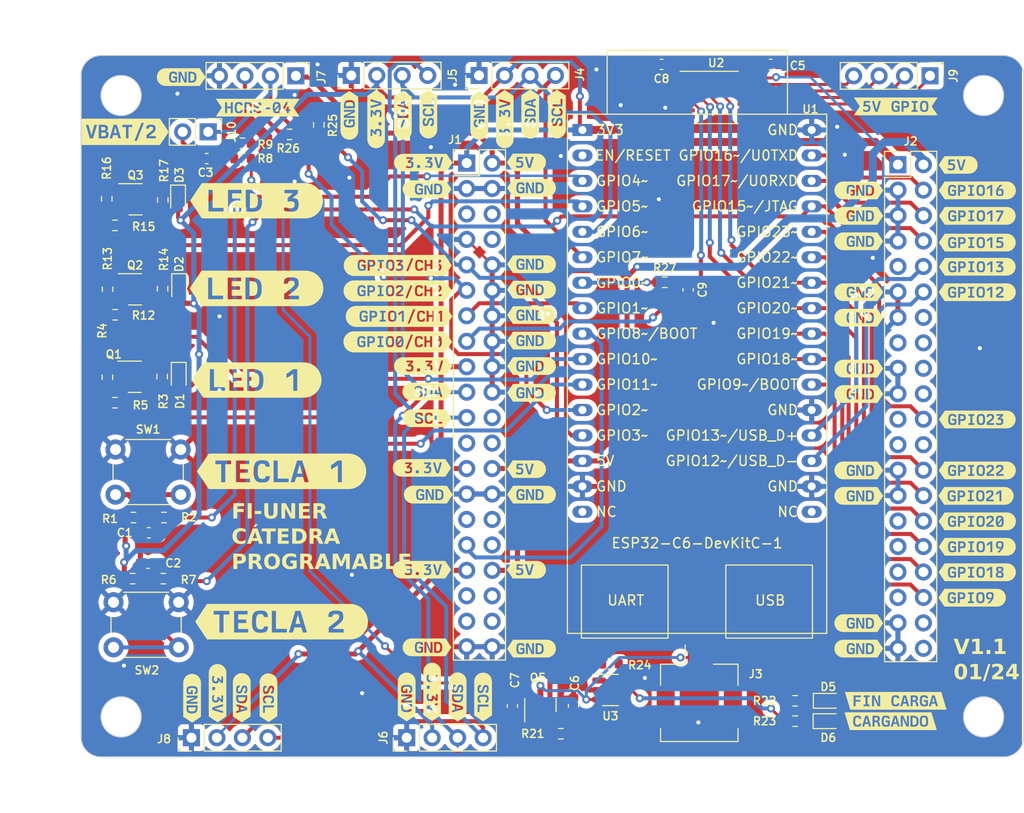
<source format=kicad_pcb>
(kicad_pcb (version 20221018) (generator pcbnew)
  (layers (0 "F.Cu" signal) (31 "B.Cu" signal) (34 "B.Paste" user) (35 "F.Paste" user) (36 "B.SilkS" user "B.Silkscreen") (37 "F.SilkS" user "F.Silkscreen") (38 "B.Mask" user) (39 "F.Mask" user) (44 "Edge.Cuts" user))
  (net 0 "")
  (net 2 "GPIO2")
  (net 3 "GPIO1")
  (net 4 "GPIO0")
  (net 5 "GPIO8")
  (net 6 "GPIO16")
  (net 7 "GPIO17")
  (net 8 "GPIO15")
  (net 9 "GPIO13")
  (net 12 "GPIO12")
  (net 13 "GPIO23")
  (net 14 "GPIO22")
  (net 15 "GPIO21")
  (net 16 "GPIO20")
  (net 17 "GPIO19")
  (net 18 "GPIO18")
  (net 19 "GPIO9")
  (net 20 "GPIO4")
  (net 21 "GPIO11")
  (net 22 "GPIO5")
  (net 23 "GPIO10")
  (net 24 "GND")
  (net 25 "Net-(D1-K)")
  (net 26 "+3.3V")
  (net 27 "Net-(D2-K)")
  (net 28 "Net-(D3-K)")
  (net 29 "Net-(Q1-G)")
  (net 30 "Net-(Q1-D)")
  (net 31 "Net-(Q2-G)")
  (net 32 "Net-(Q2-D)")
  (net 33 "Net-(Q3-G)")
  (net 34 "Net-(Q3-D)")
  (net 35 "+5V")
  (net 53 "Net-(J10-Pin_2)")
  (net 65 "+BATT")
  (net 66 "Net-(D6-K)")
  (net 67 "Net-(U3-PROG)")
  (net 68 "SDA")
  (net 69 "SCL")
  (net 70 "Net-(D5-K)")
  (net 71 "Net-(D5-A)")
  (net 72 "Net-(SW1A-B)")
  (net 73 "Net-(SW2A-B)")
  (net 74 "Net-(J7-Pin_3)")
  (net 75 "ECHO")
  (net 76 "Net-(J9-Pin_1)")
  (net 77 "Net-(J9-Pin_2)")
  (net 78 "Net-(J9-Pin_3)")
  (net 79 "Net-(J9-Pin_4)")
  (net 82 "DA")
  (footprint "Package_TO_SOT_SMD:SOT-23-5" (layer "F.Cu") (at 137.7905 103.317)
    (fp_text reference "U3")
    (fp_text value "MCP73831-2-OT")
  )
  (footprint "Resistor_SMD:R_0603_1608Metric" (layer "F.Cu") (at 101.105 50.292 180)
    (fp_text reference "R8")
    (fp_text value "330k")
  )
  (footprint "kibuzzard-65049F77" (layer "F.Cu") (at 162.56 83.947)
    (fp_text reference "kibuzzard-65049F77" hide)
    (fp_text value "G***" hide)
  )
  (footprint "kibuzzard-65049F77" (layer "F.Cu") (at 96.0755 104.14 -90)
    (fp_text reference "kibuzzard-65049F77" hide)
    (fp_text value "G***" hide)
  )
  (footprint "kibuzzard-6504A3A6" (layer "F.Cu") (at 174.371 76.327)
    (fp_text reference "kibuzzard-6504A3A6" hide)
    (fp_text value "G***" hide)
  )
  (footprint "kibuzzard-655CF289" (layer "F.Cu") (at 102.5 54.5)
    (fp_text reference "kibuzzard-655CF289" hide)
    (fp_text value "G***" hide)
  )
  (footprint "Resistor_SMD:R_0603_1608Metric" (layer "F.Cu") (at 93.091 72.0465 -90)
    (fp_text reference "R3")
    (fp_text value "680R")
  )
  (footprint "kibuzzard-6504A42C" (layer "F.Cu") (at 129.921 53.213)
    (fp_text reference "kibuzzard-6504A42C" hide)
    (fp_text value "G***" hide)
  )
  (footprint "kibuzzard-65049F77" (layer "F.Cu") (at 162.56 53.467)
    (fp_text reference "kibuzzard-65049F77" hide)
    (fp_text value "G***" hide)
  )
  (footprint "kibuzzard-65049F33" (layer "F.Cu") (at 103.6955 104.0892 -90)
    (fp_text reference "kibuzzard-65049F33" hide)
    (fp_text value "G***" hide)
  )
  (footprint "kibuzzard-65049F77" (layer "F.Cu") (at 162.56 81.407)
    (fp_text reference "kibuzzard-65049F77" hide)
    (fp_text value "G***" hide)
  )
  (footprint "Capacitor_SMD:C_0603_1608Metric" (layer "F.Cu") (at 153.784 40.894)
    (fp_text reference "C5")
    (fp_text value "100nF")
  )
  (footprint "kibuzzard-6504A398" (layer "F.Cu") (at 174.371 63.627)
    (fp_text reference "kibuzzard-6504A398" hide)
    (fp_text value "G***" hide)
  )
  (footprint "Capacitor_SMD:C_0603_1608Metric" (layer "F.Cu") (at 91.694 90.672 180)
    (fp_text reference "C2")
    (fp_text value "100nF")
  )
  (footprint "Resistor_SMD:R_0603_1608Metric" (layer "F.Cu") (at 93.156 54.421 -90)
    (fp_text reference "R17")
    (fp_text value "680R")
  )
  (footprint "kibuzzard-655CF2D4" (layer "F.Cu") (at 105 81.5)
    (fp_text reference "kibuzzard-655CF2D4" hide)
    (fp_text value "G***" hide)
  )
  (footprint "kibuzzard-65049F33" (layer "F.Cu") (at 119.634 45.847 90)
    (fp_text reference "kibuzzard-65049F33" hide)
    (fp_text value "G***" hide)
  )
  (footprint "kibuzzard-6504A42C" (layer "F.Cu") (at 129.921 73.66)
    (fp_text reference "kibuzzard-6504A42C" hide)
    (fp_text value "G***" hide)
  )
  (footprint "Resistor_SMD:R_0603_1608Metric" (layer "F.Cu") (at 143.2052 62.6364)
    (fp_text reference "R27")
    (fp_text value "10k")
  )
  (footprint "Resistor_SMD:R_0603_1608Metric" (layer "F.Cu") (at 90.232 86.106)
    (fp_text reference "R1")
    (fp_text value "10k")
  )
  (footprint "Resistor_SMD:R_0603_1608Metric" (layer "F.Cu") (at 156.21 106.426 180)
    (fp_text reference "R23")
    (fp_text value "680R")
  )
  (footprint "kibuzzard-65049F2C" (layer "F.Cu") (at 117.094 45.974 90)
    (fp_text reference "kibuzzard-65049F2C" hide)
    (fp_text value "G***" hide)
  )
  (footprint "kibuzzard-65085CC1" (layer "F.Cu") (at 166.243 45.085)
    (fp_text reference "kibuzzard-65085CC1" hide)
    (fp_text value "G***" hide)
  )
  (footprint "Capacitor_SMD:C_0603_1608Metric" (layer "F.Cu") (at 128.016 104.902 -90)
    (fp_text reference "C7")
    (fp_text value "10uF")
  )
  (footprint "Button_Switch_THT:SW_PUSH_6mm" (layer "F.Cu") (at 88.444 79.32)
    (fp_text reference "SW1")
    (fp_text value "SW_MEC_5E")
  )
  (footprint "kibuzzard-65049E91" (layer "F.Cu") (at 129.413 50.673)
    (fp_text reference "kibuzzard-65049E91" hide)
    (fp_text value "G***" hide)
  )
  (footprint "kibuzzard-65049F77" (layer "F.Cu") (at 162.56 66.167)
    (fp_text reference "kibuzzard-65049F77" hide)
    (fp_text value "G***" hide)
  )
  (footprint "Resistor_SMD:R_0603_1608Metric" (layer "F.Cu") (at 93.218 92.202 180)
    (fp_text reference "R7")
    (fp_text value "1k")
  )
  (footprint "kibuzzard-65049F77" (layer "F.Cu") (at 162.56 99.187)
    (fp_text reference "kibuzzard-65049F77" hide)
    (fp_text value "G***" hide)
  )
  (footprint "kibuzzard-6504A38D" (layer "F.Cu") (at 174.371 53.467)
    (fp_text reference "kibuzzard-6504A38D" hide)
    (fp_text value "G***" hide)
  )
  (footprint "kibuzzard-65049F77" (layer "F.Cu") (at 124.714 45.974 90)
    (fp_text reference "kibuzzard-65049F77" hide)
    (fp_text value "G***" hide)
  )
  (footprint "LED_SMD:LED_0603_1608Metric" (layer "F.Cu") (at 94.742 72.1105 -90)
    (fp_text reference "D1")
    (fp_text value "LED")
  )
  (footprint "kibuzzard-6504A3BE" (layer "F.Cu") (at 174.371 81.407)
    (fp_text reference "kibuzzard-6504A3BE" hide)
    (fp_text value "G***" hide)
  )
  (footprint "Connector_PinHeader_2.54mm:PinHeader_1x04_P2.54mm_Vertical" (layer "F.Cu") (at 111.952 42 90)
    (fp_text reference "J5")
    (fp_text value "Conn_01x04_Socket")
  )
  (footprint "LED_SMD:LED_0603_1608Metric" (layer "F.Cu") (at 159.4865 106.426)
    (fp_text reference "D6")
    (fp_text value "LED")
  )
  (footprint "kibuzzard-6504A351" (layer "F.Cu") (at 174.371 56.007)
    (fp_text reference "kibuzzard-6504A351" hide)
    (fp_text value "G***" hide)
  )
  (footprint "kibuzzard-65049F3D" (layer "F.Cu") (at 120.015 103.505 -90)
    (fp_text reference "kibuzzard-65049F3D" hide)
    (fp_text value "G***" hide)
  )
  (footprint "kibuzzard-65049F3D" (layer "F.Cu") (at 118.999 81.153)
    (fp_text reference "kibuzzard-65049F3D" hide)
    (fp_text value "G***" hide)
  )
  (footprint "kibuzzard-65049E91" (layer "F.Cu") (at 129.413 81.28)
    (fp_text reference "kibuzzard-65049E91" hide)
    (fp_text value "G***" hide)
  )
  (footprint "Capacitor_SMD:C_0603_1608Metric" (layer "F.Cu") (at 97.536 50.292)
    (fp_text reference "C3")
    (fp_text value "100nF")
  )
  (footprint "kibuzzard-655CF295" (layer "F.Cu") (at 102.5 63.246)
    (fp_text reference "kibuzzard-655CF295" hide)
    (fp_text value "G***" hide)
  )
  (footprint "Connector_PinHeader_2.54mm:PinHeader_1x02_P2.54mm_Vertical" (layer "F.Cu") (at 97.681 47.625 -90)
    (fp_text reference "J10")
    (fp_text value "Conn_01x02_Pin")
  )
  (footprint "kibuzzard-6504A4DB" (layer "F.Cu") (at 116.586 68.58)
    (fp_text reference "kibuzzard-6504A4DB" hide)
    (fp_text value "G***" hide)
  )
  (footprint "Connector_PinHeader_2.54mm:PinHeader_1x04_P2.54mm_Vertical" (layer "F.Cu") (at 96.012 108.077 90)
    (fp_text reference "J8")
    (fp_text value "Conn_01x04_Socket")
  )
  (footprint "kibuzzard-65049F2C" (layer "F.Cu") (at 119.507 73.533)
    (fp_text reference "kibuzzard-65049F2C" hide)
    (fp_text value "G***" hide)
  )
  (footprint "Resistor_SMD:R_0603_1608Metric" (layer "F.Cu") (at 93.13575 63.2715 -90)
    (fp_text reference "R14")
    (fp_text value "680R")
  )
  (footprint "kibuzzard-65049F77" (layer "F.Cu") (at 162.56 73.787)
    (fp_text reference "kibuzzard-65049F77" hide)
    (fp_text value "G***" hide)
  )
  (footprint "kibuzzard-6504A42C" (layer "F.Cu") (at 129.921 83.82)
    (fp_text reference "kibuzzard-6504A42C" hide)
    (fp_text value "G***" hide)
  )
  (footprint "Package_SO:TSSOP-14_4.4x5mm_P0.65mm" (layer "F.Cu") (at 148.336 44.196)
    (fp_text reference "U2")
    (fp_text value "TXB0104PW")
  )
  (footprint "Connector_PinHeader_2.54mm:PinHeader_1x04_P2.54mm_Vertical" (layer "F.Cu") (at 106.426 42.037 -90)
    (fp_text reference "J7")
    (fp_text value "Conn_01x04_Socket")
  )
  (footprint "Resistor_SMD:R_0603_1608Metric" (layer "F.Cu") (at 88.41375 65.8765)
    (fp_text reference "R12")
    (fp_text value "330k")
  )
  (footprint "kibuzzard-6504A4E8" (layer "F.Cu") (at 116.713 66.04)
    (fp_text reference "kibuzzard-6504A4E8" hide)
    (fp_text value "G***" hide)
  )
  (footprint "Connector_PinHeader_2.54mm:PinHeader_2x20_P2.54mm_Vertical" (layer "F.Cu") (at 166.46 50.9)
    (fp_text reference "J2")
    (fp_text value "Conn_02x20_Odd_Even")
  )
  (footprint "kibuzzard-65049F33" (layer "F.Cu") (at 119.507 76.2)
    (fp_text reference "kibuzzard-65049F33" hide)
    (fp_text value "G***" hide)
  )
  (footprint "kibuzzard-6504A3F1" (layer "F.Cu") (at 173.863 94.107)
    (fp_text reference "kibuzzard-6504A3F1" hide)
    (fp_text value "G***" hide)
  )
  (footprint "kibuzzard-65049F3D" (layer "F.Cu") (at 127.254 46.355 90)
    (fp_text reference "kibuzzard-65049F3D" hide)
    (fp_text value "G***" hide)
  )
  (footprint "kibuzzard-65049F77" (layer "F.Cu") (at 117.475 104.013 -90)
    (fp_text reference "kibuzzard-65049F77" hide)
    (fp_text value "G***" hide)
  )
  (footprint "kibuzzard-6504A714" (layer "F.Cu") (at 166.243 104.394)
    (fp_text reference "kibuzzard-6504A714" hide)
    (fp_text value "G***" hide)
  )
  (footprint "Resistor_SMD:R_0603_1608Metric" (layer "F.Cu") (at 90.142 92.202)
    (fp_text reference "R6")
    (fp_text value "10k")
  )
  (footprint "Resistor_SMD:R_0603_1608Metric" (layer "F.Cu") (at 137.795 100.711 180)
    (fp_text reference "R24")
    (fp_text value "5k1")
  )
  (footprint "Package_TO_SOT_SMD:SOT-23" (layer "F.Cu") (at 90.352 72.0605)
    (fp_text reference "Q1")
    (fp_text value "2N7002")
  )
  (footprint "Capacitor_SMD:C_0603_1608Metric" (layer "F.Cu") (at 145.542 63.3854 -90)
    (fp_text reference "C9")
    (fp_text value "100nF")
  )
  (footprint "Connector_PinHeader_2.54mm:PinHeader_1x04_P2.54mm_Vertical" (layer "F.Cu") (at 124.692 42 90)
    (fp_text reference "J4")
    (fp_text value "Conn_01x04_Socket")
  )
  (footprint "Capacitor_SMD:C_0603_1608Metric" (layer "F.Cu") (at 134.112 104.889 90)
    (fp_text reference "C6")
    (fp_text value "10uF")
  )
  (footprint "kibuzzard-65049F2C" (layer "F.Cu") (at 129.794 45.847 90)
    (fp_text reference "kibuzzard-65049F2C" hide)
    (fp_text value "G***" hide)
  )
  (footprint "kibuzzard-65049F77" (layer "F.Cu") (at 111.76 45.974 90)
    (fp_text reference "kibuzzard-65049F77" hide)
    (fp_text value "G***" hide)
  )
  (footprint "kibuzzard-65085871" (layer "F.Cu") (at 102.616 45.212)
    (fp_text reference "kibuzzard-65085871" hide)
    (fp_text value "G***" hide)
  )
  (footprint "kibuzzard-65049E91" (layer "F.Cu") (at 129.413 91.313)
    (fp_text reference "kibuzzard-65049E91" hide)
    (fp_text value "G***" hide)
  )
  (footprint "kibuzzard-655CF2E0" (layer "F.Cu") (at 105 96.5)
    (fp_text reference "kibuzzard-655CF2E0" hide)
    (fp_text value "G***" hide)
  )
  (footprint "kibuzzard-65049E91" (layer "F.Cu") (at 172.466 50.927)
    (fp_text reference "kibuzzard-65049E91" hide)
    (fp_text value "G***" hide)
  )
  (footprint "kibuzzard-6504A42C" (layer "F.Cu") (at 129.921 65.913)
    (fp_text reference "kibuzzard-6504A42C" hide)
    (fp_text value "G***" hide)
  )
  (footprint "kibuzzard-65049F77" (layer "F.Cu") (at 119.507 99.06)
    (fp_text reference "kibuzzard-65049F77" hide)
    (fp_text value "G***" hide)
  )
  (footprint "Resistor_SMD:R_0603_1608Metric" (layer "F.Cu") (at 88.393 56.961)
    (fp_text reference "R15")
    (fp_text value "330k")
  )
  (footprint "Package_TO_SOT_SMD:SOT-23" (layer "F.Cu") (at 90.4345 54.356)
    (fp_text reference "Q3")
    (fp_text value "2N7002")
  )
  (footprint "Resistor_SMD:R_0603_1608Metric" (layer "F.Cu") (at 88.392 74.6505)
    (fp_text reference "R5")
    (fp_text value "330k")
  )
  (footprint "kibuzzard-6504A42C" (layer "F.Cu") (at 129.921 99.187)
    (fp_text reference "kibuzzard-6504A42C" hide)
    (fp_text value "G***" hide)
  )
  (footprint "Resistor_SMD:R_0603_1608Metric" (layer "F.Cu") (at 156.21 104.394 180)
    (fp_text reference "R22")
    (fp_text value "680R")
  )
  (footprint "kibuzzard-65049F2C" (layer "F.Cu") (at 101.0285 104.0892 -90)
    (fp_text reference "kibuzzard-65049F2C" hide)
    (fp_text value "G***" hide)
  )
  (footprint "kibuzzard-65049F77" (layer "F.Cu") (at 119.507 53.34)
    (fp_text reference "kibuzzard-65049F77" hide)
    (fp_text value "G***" hide)
  )
  (footprint "LED_SMD:LED_0603_1608Metric" (layer "F.Cu") (at 94.78675 63.2715 -90)
    (fp_text reference "D2")
    (fp_text value "LED")
  )
  (footprint "kibuzzard-6504A36F" (layer "F.Cu") (at 174.371 61.087)
    (fp_text reference "kibuzzard-6504A36F" hide)
    (fp_text value "G***" hide)
  )
  (footprint "Resistor_SMD:R_0603_1608Metric" (layer "F.Cu") (at 108.712 46.927 -90)
    (fp_text reference "R25")
    (fp_text value "10k")
  )
  (footprint "kibuzzard-6504A42C" (layer "F.Cu") (at 129.921 63.373)
    (fp_text reference "kibuzzard-6504A42C" hide)
    (fp_text value "G***" hide)
  )
  (footprint "kibuzzard-65049F77" (layer "F.Cu") (at 162.56 71.247)
    (fp_text reference "kibuzzard-65049F77" hide)
    (fp_text value "G***" hide)
  )
  (footprint "kibuzzard-6504A42C" (layer "F.Cu") (at 129.921 70.993)
    (fp_text reference "kibuzzard-6504A42C" hide)
    (fp_text value "G***" hide)
  )
  (footprint "kibuzzard-65049F3D" (layer "F.Cu") (at 118.999 91.313)
    (fp_text reference "kibuzzard-65049F3D" hide)
    (fp_text value "G***" hide)
  )
  (footprint "Resistor_SMD:R_0603_1608Metric" (layer "F.Cu") (at 101.105 48.768)
    (fp_text reference "R9")
    (fp_text value "330k")
  )
  (footprint "kibuzzard-65B2A8BA" (layer "F.Cu") (at 89.408 47.625)
    (fp_text reference "kibuzzard-65B2A8BA" hide)
    (fp_text value "G***" hide)
  )
  (footprint "Resistor_SMD:R_0603_1608Metric" (layer "F.Cu") (at 87.568 54.294 90)
    (fp_text reference "R16")
    (fp_text value "10k")
  )
  (footprint "Capacitor_SMD:C_0603_1608Metric" (layer "F.Cu") (at 142.888 40.894 180)
    (fp_text reference "C8")
    (fp_text value "100nF")
  )
  (footprint "Resistor_SMD:R_0603_1608Metric" (layer "F.Cu") (at 87.65175 63.3365 90)
    (fp_text reference "R13")
    (fp_text value "10k")
  )
  (footprint "Connector_PinHeader_2.54mm:PinHeader_1x04_P2.54mm_Vertical" (layer "F.Cu") (at 169.662 42.037 -90)
    (fp_text reference "J9")
    (fp_text value "Conn_01x04_Socket")
  )
  (footprint "kibuzzard-6504A42C" (layer "F.Cu") (at 129.921 60.833)
    (fp_text reference "kibuzzard-6504A42C" hide)
    (fp_text value "G***" hide)
  )
  (footprint "PCM_Espressif:ESP32-C6-DevKitC-1" (layer "F.Cu") (at 135 47.44)
    (fp_text reference "U1")
    (fp_text value "ESP32-C6-DevKitC-1")
  )
  (footprint "kibuzzard-65049F77" (layer "F.Cu") (at 162.56 96.647)
    (fp_text reference "kibuzzard-65049F77" hide)
    (fp_text value "G***" hide)
  )
  (footprint "LED_SMD:LED_0603_1608Metric" (layer "F.Cu") (at 94.68 54.421 -90)
    (fp_text reference "D3")
    (fp_text value "LED")
  )
  (footprint "Package_TO_SOT_SMD:SOT-23" (layer "F.Cu") (at 130.81 104.8105 90)
    (fp_text reference "Q5")
    (fp_text value "DMG2301L")
  )
  (footprint "kibuzzard-655CF29E" (layer "F.Cu") (at 102.5 72.39)
    (fp_text reference "kibuzzard-655CF29E" hide)
    (fp_text value "G***" hide)
  )
  (footprint "kibuzzard-65049F33" (layer "F.Cu") (at 125.095 104.013 -90)
    (fp_text reference "kibuzzard-65049F33" hide)
    (fp_text value "G***" hide)
  )
  (footprint "Button_Switch_THT:SW_PUSH_6mm" (layer "F.Cu") (at 88.242 94.56)
    (fp_text reference "SW2")
    (fp_text value "SW_MEC_5E")
  )
  (footprint "kibuzzard-6504A3C4" (layer "F.Cu") (at 174.244 83.947)
    (fp_text reference "kibuzzard-6504A3C4" hide)
    (fp_text value "G***" hide)
  )
  (footprint "kibuzzard-6504A4FE" (layer "F.Cu") (at 116.586 60.96)
    (fp_text reference "kibuzzard-6504A4FE" hide)
    (fp_text value "G***" hide)
  )
  (footprint "kibuzzard-65049F3D" (layer "F.Cu") (at 119.126 70.993)
    (fp_text reference "kibuzzard-65049F3D" hide)
    (fp_text value "G***" hide)
  )
  (footprint "kibuzzard-65049F77" (layer "F.Cu") (at 162.56 63.627)
    (fp_text reference "kibuzzard-65049F77" hide)
    (fp_text value "G***" hide)
  )
  (footprint "kibuzzard-6504A42C" (layer "F.Cu") (at 129.921 68.453)
    (fp_text reference "kibuzzard-6504A42C" hide)
    (fp_text value "G***" hide)
  )
  (footprint "Resistor_SMD:R_0603_1608Metric" (layer "F.Cu") (at 105.791 47.879 180)
    (fp_text reference "R26")
    (fp_text value "5k1")
  )
  (footprint "kibuzzard-65049F3D" (layer "F.Cu") (at 119.126 50.6984)
    (fp_text reference "kibuzzard-65049F3D" hide)
    (fp_text value "G***" hide)
  )
  (footprint "Connector_PinHeader_2.54mm:PinHeader_2x20_P2.54mm_Vertical" (layer "F.Cu") (at 123.46 50.74)
    (fp_text reference "J1")
    (fp_text value "Conn_02x20_Odd_Even")
  )
  (footprint "kibuzzard-65049F3D" (layer "F.Cu") (at 114.427 46.355 90)
    (fp_text reference "kibuzzard-65049F3D" hide)
    (fp_text value "G***" hide)
  )
  (footprint "kibuzzard-65049F77" (layer "F.Cu") (at 162.56 58.547)
    (fp_text reference "kibuzzard-65049F77" hide)
    (fp_text value "G***" hide)
  )
  (footprint "Package_TO_SOT_SMD:SOT-23" (layer "F.Cu") (at 90.39025 63.3375)
    (fp_text reference "Q2")
    (fp_text value "2N7002")
  )
  (footprint "kibuzzard-65049F33" (layer "F.Cu") (at 132.461 45.847 90)
    (fp_text reference "kibuzzard-65049F33" hide)
    (fp_text value "G***" hide)
  )
  (footprint "Connector_JST:JST_ZE_SM02B-ZESS-TB_1x02-1MP_P1.50mm_Horizontal" (layer "F.Cu") (at 146.65 102.875)
    (fp_text reference "J3")
    (fp_text value "Conn_01x02_Pin")
  )
  (footprint "Resistor_SMD:R_0603_1608Metric" (layer "F.Cu") (at 93.28 86.106 180)
    (fp_text reference "R2")
    (fp_text value "1k")
  )
  (footprint "Connector_PinHeader_2.54mm:PinHeader_1x04_P2.54mm_Vertical" (layer "F.Cu") (at 117.475 108.077 90)
    (fp_text reference "J6")
    (fp_text value "Conn_01x04_Socket")
  )
  (footprint "kibuzzard-6504A35D" (layer "F.Cu") (at 174.371 58.674)
    (fp_text reference "kibuzzard-6504A35D" hide)
    (fp_text value "G***" hide)
  )
  (footprint "kibuzzard-65049F77" (layer "F.Cu") (at 162.56 56.007)
    (fp_text reference "kibuzzard-65049F77" hide)
    (fp_text value "G***" hide)
  )
  (footprint "kibuzzard-65049F3D" (layer "F.Cu") (at 98.6155 103.632 -90)
    (fp_text reference "kibuzzard-65049F3D" hide)
    (fp_text value "G***" hide)
  )
  (footprint "kibuzzard-6504A4F3" (layer "F.Cu") (at 116.586 63.5)
    (fp_text reference "kibuzzard-6504A4F3" hide)
    (fp_text value "G***" hide)
  )
  (footprint "kibuzzard-6504A3DE" (layer "F.Cu") (at 174.371 89.027)
    (fp_text reference "kibuzzard-6504A3DE" hide)
    (fp_text value "G***" hide)
  )
  (footprint "kibuzzard-65049F77" (layer "F.Cu") (at 94.996 42.164)
    (fp_text reference "kibuzzard-65049F77" hide)
    (fp_text value "G***" hide)
  )
  (footprint "LED_SMD:LED_0603_1608Metric" (layer "F.Cu") (at 159.512 104.394)
    (fp_text reference "D5")
    (fp_text value "LED")
  )
  (footprint "kibuzzard-6504A3D4" (layer "F.Cu") (at 174.371 86.487)
    (fp_text reference "kibuzzard-6504A3D4" hide)
    (fp_text value "G***" hide)
  )
  (footprint "kibuzzard-6504A6E4" (layer "F.Cu") (at 165.735 106.426)
    (fp_text reference "kibuzzard-6504A6E4" hide)
    (fp_text value "G***" hide)
  )
  (footprint "Resistor_SMD:R_0603_1608Metric" (layer "F.Cu") (at 132.842 107.683)
    (fp_text reference "R21")
    (fp_text value "100k")
  )
  (footprint "kibuzzard-65049F77" (layer "F.Cu") (at 119.634 83.82)
    (fp_text reference "kibuzzard-65049F77" hide)
    (fp_text value "G***" hide)
  )
  (footprint "Resistor_SMD:R_0603_1608Metric" (layer "F.Cu") (at 87.63 72.1105 90)
    (fp_text reference "R4")
    (fp_text value "10k")
  )
  (footprint "kibuzzard-65049F2C" (layer "F.Cu") (at 122.555 104.013 -90)
    (fp_text reference "kibuzzard-65049F2C" hide)
    (fp_text value "G***" hide)
  )
  (footprint "kibuzzard-6504A3E9" (layer "F.Cu") (at 174.371 91.567)
    (fp_text reference "kibuzzard-6504A3E9" hide)
    (fp_text value "G***" hide)
  )
  (footprint "Capacitor_SMD:C_0603_1608Metric" (layer "F.Cu") (at 91.756 87.63)
    (fp_text reference "C1")
    (fp_text value "100nF")
  )
  (gr_line (start 85 108) (end 85 42) (stroke (width 0.1)) (layer "Edge.Cuts"))
  (gr_circle (center 175 106) (end 175 104) (stroke (width 0.1)) (fill none) (layer "Edge.Cuts"))
  (gr_arc (start 177 40) (mid 178.414214 40.585786) (end 179 42) (stroke (width 0.1)) (layer "Edge.Cuts"))
  (gr_circle (center 175 44) (end 175 42) (stroke (width 0.1)) (fill none) (layer "Edge.Cuts"))
  (gr_arc (start 179 108) (mid 178.414214 109.414214) (end 177 110) (stroke (width 0.1)) (layer "Edge.Cuts"))
  (gr_line (start 177 110) (end 87 110) (stroke (width 0.1)) (layer "Edge.Cuts"))
  (gr_line (start 87 40) (end 177 40) (stroke (width 0.1)) (layer "Edge.Cuts"))
  (gr_circle (center 89 44) (end 89 42) (stroke (width 0.1)) (fill none) (layer "Edge.Cuts"))
  (gr_circle (center 89 106) (end 89 104) (stroke (width 0.1)) (fill none) (layer "Edge.Cuts"))
  (gr_line (start 179 42) (end 179 108) (stroke (width 0.1)) (layer "Edge.Cuts"))
  (gr_arc (start 87 110) (mid 85.585786 109.414214) (end 85 108) (stroke (width 0.1)) (layer "Edge.Cuts"))
  (gr_arc (start 85 42) (mid 85.585786 40.585786) (end 87 40) (stroke (width 0.1)) (layer "Edge.Cuts"))
  (gr_text "FI-UNER\nCÁTEDRA \nPROGRAMABLE" (at 100 91.5) (layer "F.SilkS") (effects (font (size 1.5 1.5) (thickness 0.3) bold) (justify left bottom)))
  (gr_text "V1.1\n01/24" (at 172 102.5) (layer "F.SilkS") (effects (font (size 1.5 1.5) (thickness 0.3) bold) (justify left bottom)))
  (segment (start 122.6312 69.7992) (end 121.92 69.088) (width 0.4) (layer "F.Cu") (net 2))
  (segment (start 107.696 51.816) (end 107.696 50.8) (width 0.4) (layer "F.Cu") (net 2))
  (segment (start 121.92 69.088) (end 121.92 64.389) (width 0.4) (layer "F.Cu") (net 2))
  (segment (start 105.7656 48.8696) (end 105.7656 46.8376) (width 0.4) (layer "F.Cu") (net 2))
  (segment (start 115.189 62.103) (end 115.316 62.23) (width 0.25) (layer "F.Cu") (net 2))
  (segment (start 127.4572 69.7992) (end 122.6312 69.7992) (width 0.4) (layer "F.Cu") (net 2))
  (segment (start 105.7656 46.8376) (end 103.886 44.958) (width 0.4) (layer "F.Cu") (net 2))
  (segment (start 115.316 62.23) (end 119.888 62.23) (width 0.4) (layer "F.Cu") (net 2))
  (segment (start 107.696 50.8) (end 105.7656 48.8696) (width 0.4) (layer "F.Cu") (net 2))
  (segment (start 129.413 73.348) (end 129.413 71.755) (width 0.4) (layer "F.Cu") (net 2))
  (segment (start 131.445 75.38) (end 129.413 73.348) (width 0.4) (layer "F.Cu") (net 2))
  (segment (start 122.869 63.44) (end 123.46 63.44) (width 0.25) (layer "F.Cu") (net 2))
  (segment (start 103.886 44.958) (end 103.886 42.164) (width 0.4) (layer "F.Cu") (net 2))
  (segment (start 121.92 64.389) (end 122.869 63.44) (width 0.4) (layer "F.Cu") (net 2))
  (segment (start 129.413 71.755) (end 127.4572 69.7992) (width 0.4) (layer "F.Cu") (net 2))
  (via (at 115.189 62.103) (size 0.8) (drill 0.4) (layers "F.Cu" "B.Cu") (net 2))
  (via (at 107.696 51.816) (size 0.8) (drill 0.4) (layers "F.Cu" "B.Cu") (net 2))
  (via (at 131.445 75.38) (size 0.8) (drill 0.4) (layers "F.Cu" "B.Cu") (net 2))
  (via (at 119.888 62.23) (size 0.8) (drill 0.4) (layers "F.Cu" "B.Cu") (net 2))
  (segment (start 115.189 62.103) (end 109.982 56.896) (width 0.4) (layer "B.Cu") (net 2))
  (segment (start 103.886 43.815) (end 103.886 42.037) (width 0.4) (layer "B.Cu") (net 2))
  (segment (start 109.982 54.102) (end 107.696 51.816) (width 0.4) (layer "B.Cu") (net 2))
  (segment (start 100.076 47.625) (end 103.886 43.815) (width 0.4) (layer "B.Cu") (net 2))
  (segment (start 119.888 62.23) (end 122.25 62.23) (width 0.4) (layer "B.Cu") (net 2))
  (segment (start 131.445 75.38) (end 135 75.38) (width 0.4) (layer "B.Cu") (net 2))
  (segment (start 122.25 62.23) (end 123.46 63.44) (width 0.4) (layer "B.Cu") (net 2))
  (segment (start 97.681 47.625) (end 100.076 47.625) (width 0.4) (layer "B.Cu") (net 2))
  (segment (start 109.982 56.896) (end 109.982 54.102) (width 0.4) (layer "B.Cu") (net 2))
  (segment (start 124.71 64.73) (end 134.51 64.73) (width 0.4) (layer "F.Cu") (net 3))
  (segment (start 134.51 64.73) (end 135 65.22) (width 0.4) (layer "F.Cu") (net 3))
  (segment (start 123.46 65.98) (end 124.71 64.73) (width 0.4) (layer "F.Cu") (net 3))
  (segment (start 141.4272 62.6364) (end 142.3802 62.6364) (width 0.4) (layer "F.Cu") (net 4))
  (via (at 141.4272 62.6364) (size 0.8) (drill 0.4) (layers "F.Cu" "B.Cu") (net 4))
  (segment (start 141.3836 62.68) (end 141.4272 62.6364) (width 0.4) (layer "B.Cu") (net 4))
  (segment (start 135 62.68) (end 141.3836 62.68) (width 0.4) (layer "B.Cu") (net 4))
  (segment (start 135.832 67.76) (end 136.906 68.834) (width 0.4) (layer "B.Cu") (net 5))
  (segment (start 136.906 68.834) (end 136.906 86.995) (width 0.4) (layer "B.Cu") (net 5))
  (segment (start 133.811 90.09) (end 124.3292 90.09) (width 0.4) (layer "B.Cu") (net 5))
  (segment (start 124.3292 90.09) (end 123.46 89.2208) (width 0.4) (layer "B.Cu") (net 5))
  (segment (start 123.46 89.2208) (end 123.46 88.84) (width 0.4) (layer "B.Cu") (net 5))
  (segment (start 136.906 86.995) (end 133.811 90.09) (width 0.4) (layer "B.Cu") (net 5))
  (segment (start 135 67.76) (end 135.832 67.76) (width 0.25) (layer "B.Cu") (net 5))
  (segment (start 159.327 49.98) (end 161.537 52.19) (width 0.4) (layer "F.Cu") (net 6))
  (segment (start 157.86 49.98) (end 159.327 49.98) (width 0.4) (layer "F.Cu") (net 6))
  (segment (start 167.75 52.19) (end 169 53.44) (width 0.4) (layer "F.Cu") (net 6))
  (segment (start 161.537 52.19) (end 167.75 52.19) (width 0.4) (layer "F.Cu") (net 6))
  (segment (start 157.86 52.52) (end 159.327 52.52) (width 0.4) (layer "F.Cu") (net 7))
  (segment (start 159.327 52.52) (end 161.497 54.69) (width 0.4) (layer "F.Cu") (net 7))
  (segment (start 161.497 54.69) (end 167.71 54.69) (width 0.4) (layer "F.Cu") (net 7))
  (segment (start 167.71 54.69) (end 169 55.98) (width 0.4) (layer "F.Cu") (net 7))
  (segment (start 159.2 55.06) (end 161.37 57.23) (width 0.4) (layer "F.Cu") (net 8))
  (segment (start 167.71 57.23) (end 169 58.52) (width 0.4) (layer "F.Cu") (net 8))
  (segment (start 97.536 92.456) (end 94.297 92.456) (width 0.4) (layer "F.Cu") (net 8))
  (segment (start 103.378 55.372) (end 118.228402 55.372) (width 0.4) (layer "F.Cu") (net 8))
  (segment (start 156.86 56.06) (end 132.916 56.06) (width 0.4) (layer "F.Cu") (net 8))
  (segment (start 161.37 57.23) (end 167.71 57.23) (width 0.4) (layer "F.Cu") (net 8))
  (segment (start 157.86 55.06) (end 159.2 55.06) (width 0.4) (layer "F.Cu") (net 8))
  (segment (start 94.297 92.456) (end 94.043 92.202) (width 0.25) (layer "F.Cu") (net 8))
  (segment (start 132.916 56.06) (end 132.483333 56.492667) (width 0.4) (layer "F.Cu") (net 8))
  (segment (start 118.228402 55.372) (end 118.232701 55.367701) (width 0.25) (layer "F.Cu") (net 8))
  (segment (start 157.86 55.06) (end 156.86 56.06) (width 0.4) (layer "F.Cu") (net 8))
  (segment (start 102.108 56.642) (end 103.378 55.372) (width 0.4) (layer "F.Cu") (net 8))
  (via (at 102.108 56.642) (size 0.8) (drill 0.4) (layers "F.Cu" "B.Cu") (net 8))
  (via (at 118.232701 55.367701) (size 0.8) (drill 0.4) (layers "F.Cu" "B.Cu") (net 8))
  (via (at 132.483333 56.492667) (size 0.8) (drill 0.4) (layers "F.Cu" "B.Cu") (net 8))
  (via (at 97.536 92.456) (size 0.8) (drill 0.4) (layers "F.Cu" "B.Cu") (net 8))
  (segment (start 119.935 57.07) (end 118.237 55.372) (width 0.4) (layer "B.Cu") (net 8))
  (segment (start 131.906 57.07) (end 119.935 57.07) (width 0.4) (layer "B.Cu") (net 8))
  (segment (start 101.6 88.392) (end 97.536 92.456) (width 0.4) (layer "B.Cu") (net 8))
  (segment (start 132.483333 56.492667) (end 131.906 57.07) (width 0.4) (layer "B.Cu") (net 8))
  (segment (start 102.108 56.642) (end 101.6 57.15) (width 0.4) (layer "B.Cu") (net 8))
  (segment (start 101.6 57.15) (end 101.6 88.392) (width 0.4) (layer "B.Cu") (net 8))
  (segment (start 167.75 62.31) (end 169 61.06) (width 0.4) (layer "B.Cu") (net 9))
  (segment (start 157.86 77.92) (end 162.306 73.474) (width 0.4) (layer "B.Cu") (net 9))
  (segment (start 162.306 73.474) (end 162.306 64.516) (width 0.4) (layer "B.Cu") (net 9))
  (segment (start 164.512 62.31) (end 167.75 62.31) (width 0.4) (layer "B.Cu") (net 9))
  (segment (start 162.306 64.516) (end 164.512 62.31) (width 0.4) (layer "B.Cu") (net 9))
  (segment (start 163.322 74.998) (end 163.322 66.802) (width 0.4) (layer "B.Cu") (net 12))
  (segment (start 165.274 64.85) (end 167.75 64.85) (width 0.4) (layer "B.Cu") (net 12))
  (segment (start 167.75 64.85) (end 169 63.6) (width 0.4) (layer "B.Cu") (net 12))
  (segment (start 163.322 66.802) (end 165.274 64.85) (width 0.4) (layer "B.Cu") (net 12))
  (segment (start 157.86 80.46) (end 163.322 74.998) (width 0.4) (layer "B.Cu") (net 12))
  (segment (start 165.688 75.01) (end 167.71 75.01) (width 0.4) (layer "F.Cu") (net 13))
  (segment (start 164.592 73.914) (end 165.688 75.01) (width 0.4) (layer "F.Cu") (net 13))
  (segment (start 159.2 57.6) (end 164.592 62.992) (width 0.4) (layer "F.Cu") (net 13))
  (segment (start 157.86 57.6) (end 159.2 57.6) (width 0.4) (layer "F.Cu") (net 13))
  (segment (start 164.592 62.992) (end 164.592 73.914) (width 0.4) (layer "F.Cu") (net 13))
  (segment (start 167.71 75.01) (end 169 76.3) (width 0.4) (layer "F.Cu") (net 13))
  (segment (start 159.2 60.14) (end 163.83 64.77) (width 0.4) (layer "F.Cu") (net 14))
  (segment (start 163.83 64.77) (end 163.83 78.74) (width 0.4) (layer "F.Cu") (net 14))
  (segment (start 167.71 80.09) (end 169 81.38) (width 0.4) (layer "F.Cu") (net 14))
  (segment (start 157.86 60.14) (end 159.2 60.14) (width 0.4) (layer "F.Cu") (net 14))
  (segment (start 163.83 78.74) (end 165.18 80.09) (width 0.4) (layer "F.Cu") (net 14))
  (segment (start 165.18 80.09) (end 167.71 80.09) (width 0.4) (layer "F.Cu") (net 14))
  (segment (start 149.86 58.928) (end 153.612 62.68) (width 0.4) (layer "F.Cu") (net 15))
  (segment (start 163.068 66.421) (end 163.068 80.772) (width 0.4) (layer "F.Cu") (net 15))
  (segment (start 149.86 58.42) (end 149.86 58.928) (width 0.25) (layer "F.Cu") (net 15))
  (segment (start 149.733 45.085) (end 149.733 44.704) (width 0.25) (layer "F.Cu") (net 15))
  (segment (start 147.925 42.896) (end 145.4735 42.896) (width 0.25) (layer "F.Cu") (net 15))
  (segment (start 157.86 62.68) (end 159.327 62.68) (width 0.4) (layer "F.Cu") (net 15))
  (segment (start 159.327 62.68) (end 163.068 66.421) (width 0.4) (layer "F.Cu") (net 15))
  (segment (start 163.068 80.772) (end 164.926 82.63) (width 0.4) (layer "F.Cu") (net 15))
  (segment (start 149.733 44.704) (end 147.925 42.896) (width 0.25) (layer "F.Cu") (net 15))
  (segment (start 167.71 82.63) (end 169 83.92) (width 0.4) (layer "F.Cu") (net 15))
  (segment (start 164.926 82.63) (end 167.71 82.63) (width 0.4) (layer "F.Cu") (net 15))
  (segment (start 153.612 62.68) (end 157.86 62.68) (width 0.4) (layer "F.Cu") (net 15))
  (via (at 149.733 45.085) (size 0.8) (drill 0.4) (layers "F.Cu" "B.Cu") (net 15))
  (via (at 149.86 58.42) (size 0.8) (drill 0.4) (layers "F.Cu" "B.Cu") (net 15))
  (segment (start 149.733 58.293) (end 149.733 45.085) (width 0.4) (layer "B.Cu") (net 15))
  (segment (start 149.86 58.42) (end 149.733 58.293) (width 0.25) (layer "B.Cu") (net 15))
  (segment (start 148.733509 45.089833) (end 147.189676 43.546) (width 0.25) (layer "F.Cu") (net 16))
  (segment (start 164.712 85.21) (end 167.75 85.21) (width 0.4) (layer "F.Cu") (net 16))
  (segment (start 157.86 65.22) (end 159.327 65.22) (width 0.4) (layer "F.Cu") (net 16))
  (segment (start 154.374 65.22) (end 157.86 65.22) (width 0.4) (layer "F.Cu") (net 16))
  (segment (start 162.306 82.804) (end 164.712 85.21) (width 0.4) (layer "F.Cu") (net 16))
  (segment (start 162.306 68.199) (end 162.306 82.804) (width 0.4) (layer "F.Cu") (net 16))
  (segment (start 147.189676 43.546) (end 145.4735 43.546) (width 0.25) (layer "F.Cu") (net 16))
  (segment (start 148.844 59.69) (end 154.374 65.22) (width 0.4) (layer "F.Cu") (net 16))
  (segment (start 167.75 85.21) (end 169 86.46) (width 0.4) (layer "F.Cu") (net 16))
  (segment (start 159.327 65.22) (end 162.306 68.199) (width 0.4) (layer "F.Cu") (net 16))
  (via (at 148.733509 45.089833) (size 0.8) (drill 0.4) (layers "F.Cu" "B.Cu") (net 16))
  (via (at 148.844 59.69) (size 0.8) (drill 0.4) (layers "F.Cu" "B.Cu") (net 16))
  (segment (start 148.717 45.106342) (end 148.717 59.563) (width 0.4) (layer "B.Cu") (net 16))
  (segment (start 148.733509 45.089833) (end 148.717 45.106342) (width 0.25) (layer "B.Cu") (net 16))
  (segment (start 148.717 59.563) (end 148.844 59.69) (width 0.25) (layer "B.Cu") (net 16))
  (segment (start 157.86 67.76) (end 159.2 67.76) (width 0.4) (layer "F.Cu") (net 17))
  (segment (start 164.712 87.75) (end 167.75 87.75) (width 0.4) (layer "F.Cu") (net 17))
  (segment (start 147.735745 45.14875) (end 146.782995 44.196) (width 0.25) (layer "F.Cu") (net 17))
  (segment (start 147.701 60.071) (end 155.39 67.76) (width 0.4) (layer "F.Cu") (net 17))
  (segment (start 155.39 67.76) (end 157.86 67.76) (width 0.4) (layer "F.Cu") (net 17))
  (segment (start 147.701 58.674) (end 147.701 60.071) (width 0.4) (layer "F.Cu") (net 17))
  (segment (start 161.544 84.582) (end 164.712 87.75) (width 0.4) (layer "F.Cu") (net 17))
  (segment (start 146.782995 44.196) (end 145.4735 44.196) (width 0.25) (layer "F.Cu") (net 17))
  (segment (start 159.2 67.76) (end 161.544 70.104) (width 0.4) (layer "F.Cu") (net 17))
  (segment (start 161.544 70.104) (end 161.544 84.582) (width 0.4) (layer "F.Cu") (net 17))
  (segment (start 167.75 87.75) (end 169 89) (width 0.4) (layer "F.Cu") (net 17))
  (via (at 147.735745 45.14875) (size 0.8) (drill 0.4) (layers "F.Cu" "B.Cu") (net 17))
  (via (at 147.701 58.674) (size 0.8) (drill 0.4) (layers "F.Cu" "B.Cu") (net 17))
  (segment (start 147.701 58.674) (end 147.701 45.183495) (width 0.4) (layer "B.Cu") (net 17))
  (segment (start 147.701 45.183495) (end 147.735745 45.14875) (width 0.25) (layer "B.Cu") (net 17))
  (segment (start 146.837514 45.521473) (end 146.837514 45.58714) (width 0.25) (layer "F.Cu") (net 18))
  (segment (start 146.812 59.944) (end 146.812 63.500148) (width 0.4) (layer "F.Cu") (net 18))
  (segment (start 145.4735 44.846) (end 146.162041 44.846) (width 0.25) (layer "F.Cu") (net 18))
  (segment (start 153.611852 70.3) (end 157.86 70.3) (width 0.4) (layer "F.Cu") (net 18))
  (segment (start 167.71 90.25) (end 169 91.54) (width 0.4) (layer "F.Cu") (net 18))
  (segment (start 160.909 86.741) (end 164.418 90.25) (width 0.4) (layer "F.Cu") (net 18))
  (segment (start 160.909 71.882) (end 160.909 86.741) (width 0.4) (layer "F.Cu") (net 18))
  (segment (start 146.162041 44.846) (end 146.837514 45.521473) (width 0.25) (layer "F.Cu") (net 18))
  (segment (start 157.86 70.3) (end 159.327 70.3) (width 0.4) (layer "F.Cu") (net 18))
  (segment (start 159.327 70.3) (end 160.909 71.882) (width 0.4) (layer "F.Cu") (net 18))
  (segment (start 164.418 90.25) (end 167.71 90.25) (width 0.4) (layer "F.Cu") (net 18))
  (segment (start 146.812 63.500148) (end 153.611852 70.3) (width 0.4) (layer "F.Cu") (net 18))
  (via (at 146.837514 45.58714) (size 0.8) (drill 0.4) (layers "F.Cu" "B.Cu") (net 18))
  (via (at 146.812 59.944) (size 0.8) (drill 0.4) (layers "F.Cu" "B.Cu") (net 18))
  (segment (start 146.837514 59.918486) (end 146.837514 45.58714) (width 0.4) (layer "B.Cu") (net 18))
  (segment (start 146.812 59.944) (end 146.837514 59.918486) (width 0.25) (layer "B.Cu") (net 18))
  (segment (start 159.327 72.84) (end 160.147 73.66) (width 0.4) (layer "F.Cu") (net 19))
  (segment (start 160.147 73.66) (end 160.147 88.519) (width 0.4) (layer "F.Cu") (net 19))
  (segment (start 160.147 88.519) (end 164.418 92.79) (width 0.4) (layer "F.Cu") (net 19))
  (segment (start 167.71 92.79) (end 169 94.08) (width 0.4) (layer "F.Cu") (net 19))
  (segment (start 164.418 92.79) (end 167.71 92.79) (width 0.4) (layer "F.Cu") (net 19))
  (segment (start 157.86 72.84) (end 159.327 72.84) (width 0.4) (layer "F.Cu") (net 19))
  (segment (start 100.584 55.372) (end 101.854 54.102) (width 0.4) (layer "F.Cu") (net 20))
  (segment (start 101.854 54.102) (end 113.792 54.102) (width 0.4) (layer "F.Cu") (net 20))
  (segment (start 115.824 52.07) (end 119.507 52.07) (width 0.4) (layer "F.Cu") (net 20))
  (segment (start 113.792 54.102) (end 115.824 52.07) (width 0.4) (layer "F.Cu") (net 20))
  (segment (start 95.9003 86.106) (end 94.105 86.106) (width 0.4) (layer "F.Cu") (net 20))
  (segment (start 98.044 86.106) (end 95.9003 86.106) (width 0.4) (layer "F.Cu") (net 20))
  (via (at 119.507 52.07) (size 0.8) (drill 0.4) (layers "F.Cu" "B.Cu") (net 20))
  (via (at 100.584 55.372) (size 0.8) (drill 0.4) (layers "F.Cu" "B.Cu") (net 20))
  (via (at 98.044 86.106) (size 0.8) (drill 0.4) (layers "F.Cu" "B.Cu") (net 20))
  (segment (start 134.492 52.012) (end 119.565 52.012) (width 0.25) (layer "B.Cu") (net 20))
  (segment (start 119.565 52.012) (end 119.507 52.07) (width 0.25) (layer "B.Cu") (net 20))
  (segment (start 100.33 55.626) (end 100.33 83.82) (width 0.4) (layer "B.Cu") (net 20))
  (segment (start 100.584 55.372) (end 100.33 55.626) (width 0.4) (layer "B.Cu") (net 20))
  (segment (start 100.33 83.82) (end 98.044 86.106) (width 0.4) (layer "B.Cu") (net 20))
  (segment (start 135 52.52) (end 134.492 52.012) (width 0.25) (layer "B.Cu") (net 20))
  (segment (start 88.3025 76.1105) (end 112.6865 76.1105) (width 0.4) (layer "F.Cu") (net 21))
  (segment (start 87.63 72.9355) (end 87.567 72.9985) (width 0.25) (layer "F.Cu") (net 21))
  (segment (start 87.567 74.6505) (end 87.567 75.375) (width 0.4) (layer "F.Cu") (net 21))
  (segment (start 87.567 72.9985) (end 87.567 74.6505) (width 0.4) (layer "F.Cu") (net 21))
  (segment (start 115.316 78.74) (end 118.872 78.74) (width 0.4) (layer "F.Cu") (net 21))
  (segment (start 112.6865 76.1105) (end 115.316 78.74) (width 0.4) (layer "F.Cu") (net 21))
  (segment (start 87.567 75.375) (end 88.3025 76.1105) (width 0.4) (layer "F.Cu") (net 21))
  (via (at 118.872 78.74) (size 0.8) (drill 0.4) (layers "F.Cu" "B.Cu") (net 21))
  (segment (start 120.1928 77.4192) (end 127.4318 77.4192) (width 0.4) (layer "B.Cu") (net 21))
  (segment (start 127.4318 77.4192) (end 132.011 72.84) (width 0.4) (layer "B.Cu") (net 21))
  (segment (start 132.011 72.84) (end 135 72.84) (width 0.4) (layer "B.Cu") (net 21))
  (segment (start 118.872 78.74) (end 120.1928 77.4192) (width 0.4) (layer "B.Cu") (net 21))
  (segment (start 119.634 56.134) (end 119.634 54.991) (width 0.4) (layer "F.Cu") (net 22))
  (segment (start 87.568 58.3072) (end 88.1888 58.928) (width 0.4) (layer "F.Cu") (net 22))
  (segment (start 88.1888 58.928) (end 116.84 58.928) (width 0.4) (layer "F.Cu") (net 22))
  (segment (start 87.568 55.119) (end 87.568 56.834) (width 0.4) (layer "F.Cu") (net 22))
  (segment (start 116.84 58.928) (end 119.634 56.134) (width 0.4) (layer "F.Cu") (net 22))
  (segment (start 87.568 56.961) (end 87.568 58.3072) (width 0.4) (layer "F.Cu") (net 22))
  (via (at 119.634 54.991) (size 0.8) (drill 0.4) (layers "F.Cu" "B.Cu") (net 22))
  (segment (start 134.4992 54.5592) (end 135 55.06) (width 0.4) (layer "B.Cu") (net 22))
  (segment (start 120.0658 54.5592) (end 134.4992 54.5592) (width 0.4) (layer "B.Cu") (net 22))
  (segment (start 119.634 54.991) (end 120.0658 54.5592) (width 0.4) (layer "B.Cu") (net 22))
  (segment (start 87.58875 67.16715) (end 88.4936 68.072) (width 0.4) (layer "F.Cu") (net 23))
  (segment (start 100.711 72.263) (end 119.634 72.263) (width 0.4) (layer "F.Cu") (net 23))
  (segment (start 88.4936 68.072) (end 96.52 68.072) (width 0.4) (layer "F.Cu") (net 23))
  (segment (start 87.58875 66.50675) (end 87.58875 67.16715) (width 0.4) (layer "F.Cu") (net 23))
  (segment (start 96.52 68.072) (end 100.711 72.263) (width 0.4) (layer "F.Cu") (net 23))
  (segment (start 87.65175 64.1615) (end 87.65175 65.8135) (width 0.4) (layer "F.Cu") (net 23))
  (segment (start 87.58875 65.8765) (end 87.58875 66.50675) (width 0.4) (layer "F.Cu") (net 23))
  (segment (start 87.65175 65.8135) (end 87.58875 65.8765) (width 0.25) (layer "F.Cu") (net 23))
  (via (at 119.634 72.263) (size 0.8) (drill 0.4) (layers "F.Cu" "B.Cu") (net 23))
  (segment (start 119.634 72.263) (end 119.7102 72.3392) (width 0.4) (layer "B.Cu") (net 23))
  (segment (start 129.9718 72.3392) (end 132.011 70.3) (width 0.4) (layer "B.Cu") (net 23))
  (segment (start 119.7102 72.3392) (end 129.9718 72.3392) (width 0.4) (layer "B.Cu") (net 23))
  (segment (start 132.011 70.3) (end 135 70.3) (width 0.4) (layer "B.Cu") (net 23))
  (segment (start 89.218 55.585) (end 89.497 55.306) (width 0.25) (layer "F.Cu") (net 24))
  (segment (start 123.46 58.36) (end 126 60.9) (width 0.25) (layer "F.Cu") (net 24))
  (segment (start 89.218 56.834) (end 89.218 55.585) (width 0.4) (layer "F.Cu") (net 24))
  (segment (start 136.653 103.317) (end 135.448 103.317) (width 0.5) (layer "F.Cu") (net 24))
  (segment (start 135.448 103.317) (end 134.747 102.616) (width 0.5) (layer "F.Cu") (net 24))
  (via (at 112.014 91.821) (size 0.8) (drill 0.4) (layers "F.Cu" "B.Cu") (net 24))
  (via (at 108.585 40.894) (size 0.8) (drill 0.4) (layers "F.Cu" "B.Cu") (net 24))
  (via (at 161.163 49.911) (size 0.8) (drill 0.4) (layers "F.Cu" "B.Cu") (net 24))
  (via (at 119.888 49.149) (size 0.8) (drill 0.4) (layers "F.Cu" "B.Cu") (net 24))
  (via (at 148.082 66.675) (size 0.8) (drill 0.4) (layers "F.Cu" "B.Cu") (net 24))
  (via (at 106.299 52.578) (size 0.8) (drill 0.4) (layers "F.Cu" "B.Cu") (net 24))
  (via (at 138.811 44.958) (size 0.8) (drill 0.4) (layers "F.Cu" "B.Cu") (net 24))
  (via (at 122.301 42.926) (size 0.8) (drill 0.4) (layers "F.Cu" "B.Cu") (net 24))
  (via (at 132.842 50.038) (size 0.8) (drill 0.4) (layers "F.Cu" "B.Cu") (net 24))
  (via (at 142.621 54.356) (size 0.8) (drill 0.4) (layers "F.Cu" "B.Cu") (net 24))
  (via (at 89.281 100.882) (size 0.8) (drill 0.4) (layers "F.Cu" "B.Cu") (net 24))
  (via (at 136.398 41.402) (size 0.8) (drill 0.4) (layers "F.Cu" "B.Cu") (net 24))
  (via (at 141.224 102.108) (size 0.8) (drill 0.4) (layers "F.Cu" "B.Cu") (net 24))
  (via (at 98.806 66.04) (size 0.8) (drill 0.4) (layers "F.Cu" "B.Cu") (net 24))
  (via (at 160.401 47.117) (size 0.8) (drill 0.4) (layers "F.Cu" "B.Cu") (net 24))
  (via (at 163.957 60.198) (size 0.8) (drill 0.4) (layers "F.Cu" "B.Cu") (net 24))
  (via (at 106.299 43.942) (size 0.8) (drill 0.4) (layers "F.Cu" "B.Cu") (net 24))
  (via (at 143.256 45.212) (size 0.8) (drill 0.4) (layers "F.Cu" "B.Cu") (net 24))
  (via (at 98.806 73.406) (size 0.8) (drill 0.4) (layers "F.Cu" "B.Cu") (net 24))
  (via (at 146.558 106.553) (size 0.8) (drill 0.4) (layers "F.Cu" "B.Cu") (net 24))
  (via (at 111.76 52.197) (size 0.8) (drill 0.4) (layers "F.Cu" "B.Cu") (net 24))
  (via (at 94.615 43.815) (size 0.8) (drill 0.4) (layers "F.Cu" "B.Cu") (net 24))
  (via (at 113.03 103.632) (size 0.8) (drill 0.4) (layers "F.Cu" "B.Cu") (net 24))
  (via (at 174.625 69.215) (size 0.8) (drill 0.4) (layers "F.Cu" "B.Cu") (net 24))
  (segment (start 165.29 67.31) (end 164.973 67.31) (width 0.5) (layer "B.Cu") (net 24))
  (segment (start 166.46 66.14) (end 165.29 67.31) (width 0.5) (layer "B.Cu") (net 24))
  (segment (start 94.3865 71.2215) (end 94.488 71.323) (width 0.25) (layer "F.Cu") (net 25))
  (segment (start 92.837 71.2215) (end 94.3865 71.2215) (width 0.25) (layer "F.Cu") (net 25))
  (segment (start 95.46925 64.7415) (end 94.78675 64.059) (width 0.5) (layer "F.Cu") (net 26))
  (segment (start 120.71 91.38) (end 123.46 91.38) (width 0.5) (layer "F.Cu") (net 26))
  (segment (start 120.964 71.06) (end 123.46 71.06) (width 0.5) (layer "F.Cu") (net 26))
  (segment (start 94.68 56.199) (end 94.934 56.453) (width 0.4) (layer "F.Cu") (net 26))
  (segment (start 151.638 48.64) (end 140.265 48.64) (width 0.8) (layer "F.Cu") (net 26))
  (segment (start 115.57 44.196) (end 114.492 43.118) (width 0.4) (layer "F.Cu") (net 26))
  (segment (start 151.638 46.5855) (end 151.638 48.64) (width 0.25) (layer "F.Cu") (net 26))
  (segment (start 123.46 91.38) (end 121.098 91.38) (width 0.5) (layer "F.Cu") (net 26))
  (segment (start 151.1985 46.146) (end 151.638 46.5855) (width 0.25) (layer "F.Cu") (net 26))
  (segment (start 145.4735 42.246) (end 144.259 42.246) (width 0.4) (layer "F.Cu") (net 26))
  (segment (start 112.3695 99.7205) (end 112.649 99.441) (width 0.5) (layer "F.Cu") (net 26))
  (segment (start 94.68 55.2085) (end 94.68 56.199) (width 0.4) (layer "F.Cu") (net 26))
  (segment (start 120.904 71.882) (end 120.904 61.094) (width 0.5) (layer "F.Cu") (net 26))
  (segment (start 120.964 81.22) (end 123.46 81.22) (width 0.5) (layer "F.Cu") (net 26))
  (segment (start 145.4735 42.246) (end 144.227 42.246) (width 0.25) (layer "F.Cu") (net 26))
  (segment (start 120.904 71.12) (end 120.964 71.06) (width 0.5) (layer "F.Cu") (net 26))
  (segment (start 96.774 72.136) (end 96.774 69.8245) (width 0.5) (layer "F.Cu") (net 26))
  (segment (start 120.904 51.562) (end 120.904 61.094) (width 0.5) (layer "F.Cu") (net 26))
  (segment (start 143.663 41.682) (end 143.663 41.63) (width 0.4) (layer "F.Cu") (net 26))
  (segment (start 144.227 42.246) (end 143.663 41.682) (width 0.4) (layer "F.Cu") (net 26))
  (segment (start 89.317 90.5867) (end 89.3003 90.57) (width 0.5) (layer "F.Cu") (net 26))
  (segment (start 135 47.44) (end 139.065 47.44) (width 0.8) (layer "F.Cu") (net 26))
  (segment (start 134.747 47.185) (end 134.492 47.44) (width 0.4) (layer "F.Cu") (net 26))
  (segment (start 144.259 42.246) (end 139.065 47.44) (width 0.4) (layer "F.Cu") (net 26))
  (segment (start 120.904 82.931) (end 120.904 81.28) (width 0.5) (layer "F.Cu") (net 26))
  (segment (start 114.492 43.118) (end 114.492 42) (width 0.4) (layer "F.Cu") (net 26))
  (segment (start 94.488 72.898) (end 96.012 72.898) (width 0.5) (layer "F.Cu") (net 26))
  (segment (start 121.098 91.38) (end 120.904 91.186) (width 0.5) (layer "F.Cu") (net 26))
  (segment (start 89.407 88.8527) (end 89.5023 88.948) (width 0.5) (layer "F.Cu") (net 26))
  (segment (start 120.904 71.882) (end 120.904 71.12) (width 0.5) (layer "F.Cu") (net 26))
  (segment (start 140.265 48.64) (end 139.065 47.44) (width 0.8) (layer "F.Cu") (net 26))
  (segment (start 96.24475 64.7415) (end 95.46925 64.7415) (width 0.5) (layer "F.Cu") (net 26))
  (segment (start 120.904 81.28) (end 120.964 81.22) (width 0.5) (layer "F.Cu") (net 26))
  (segment (start 143.663 41.63) (end 143.663 40.894) (width 0.4) (layer "F.Cu") (net 26))
  (segment (start 164.2 48.64) (end 151.638 48.64) (width 0.8) (layer "F.Cu") (net 26))
  (segment (start 125.036 44.196) (end 115.57 44.196) (width 0.4) (layer "F.Cu") (net 26))
  (segment (start 96.012 72.898) (end 96.774 72.136) (width 0.5) (layer "F.Cu") (net 26))
  (segment (start 112.649 99.441) (end 120.71 91.38) (width 0.5) (layer "F.Cu") (net 26))
  (segment (start 120.904 91.186) (end 120.904 82.931) (width 0.5) (layer "F.Cu") (net 26))
  (segment (start 89.317 92.202) (end 89.317 90.5867) (width 0.5) (layer "F.Cu") (net 26))
  (segment (start 123.46 50.74) (end 121.726 50.74) (width 0.5) (layer "F.Cu") (net 26))
  (segment (start 120.904 81.28) (end 120.904 71.882) (width 0.5) (layer "F.Cu") (net 26))
  (segment (start 120.1674 83.6676) (end 120.904 82.931) (width 0.4) (layer "F.Cu") (net 26))
  (segment (start 134.747 44.069) (end 134.747 47.185) (width 0.4) (layer "F.Cu") (net 26))
  (segment (start 106.68 99.7205) (end 112.3695 99.7205) (width 0.5) (layer "F.Cu") (net 26))
  (segment (start 89.407 86.106) (end 89.407 88.8527) (width 0.5) (layer "F.Cu") (net 26))
  (segment (start 166.46 50.9) (end 164.2 48.64) (width 0.8) (layer "F.Cu") (net 26))
  (segment (start 121.726 50.74) (end 120.904 51.562) (width 0.5) (layer "F.Cu") (net 26))
  (segment (start 127.232 42) (end 125.036 44.196) (width 0.4) (layer "F.Cu") (net 26))
  (via (at 94.934 56.453) (size 0.8) (drill 0.4) (layers "F.Cu" "B.Cu") (net 26))
  (via (at 96.24475 64.7415) (size 0.8) (drill 0.4) (layers "F.Cu" "B.Cu") (net 26))
  (via (at 134.747 44.069) (size 0.8) (drill 0.4) (layers "F.Cu" "B.Cu") (net 26))
  (via (at 106.68 99.7205) (size 0.8) (drill 0.4) (layers "F.Cu" "B.Cu") (net 26))
  (via (at 89.3003 90.57) (size 0.8) (drill 0.4) (layers "F.Cu" "B.Cu") (net 26))
  (via (at 96.774 69.8245) (size 0.8) (drill 0.4) (layers "F.Cu" "B.Cu") (net 26))
  (via (at 89.5023 88.948) (size 0.8) (drill 0.4) (layers "F.Cu" "B.Cu") (net 26))
  (via (at 112.649 99.441) (size 0.8) (drill 0.4) (layers "F.Cu" "B.Cu") (net 26))
  (segment (start 134.747 41.529) (end 134.747 44.069) (width 0.4) (layer "B.Cu") (net 26))
  (segment (start 123.46 49.26) (end 125.28 47.44) (width 0.5) (layer "B.Cu") (net 26))
  (segment (start 120.015 108.077) (end 120.015 106.807) (width 0.4) (layer "B.Cu") (net 26))
  (segment (start 127.232 42) (end 128.592 40.64) (width 0.4) (layer "B.Cu") (net 26))
  (segment (start 98.552 107.9246) (end 100.711 105.7656) (width 0.25) (layer "B.Cu") (net 26))
  (segment (start 107.551882 43.8912) (end 113.5888 43.8912) (width 0.5) (layer "B.Cu") (net 26))
  (segment (start 106.651082 44.792) (end 107.551882 43.8912) (width 0.5) (layer "B.Cu") (net 26))
  (segment (start 100.7364 105.7656) (end 106.68 99.822) (width 0.4) (layer "B.Cu") (net 26))
  (segment (start 89.5023 88.948) (end 89.5023 90.368) (width 0.5) (layer "B.Cu") (net 26))
  (segment (start 93.218 89.408) (end 90.4623 89.408) (width 0.5) (layer "B.Cu") (net 26))
  (segment (start 133.858 40.64) (end 134.747 41.529) (width 0.4) (layer "B.Cu") (net 26))
  (segment (start 96.24475 57.76375) (end 94.934 56.453) (width 0.5) (layer "B.Cu") (net 26))
  (segment (start 94.934 56.453) (end 106.595 44.792) (width 0.5) (layer "B.Cu") (net 26))
  (segment (start 106.68 99.822) (end 106.68 99.7205) (width 0.25) (layer "B.Cu") (net 26))
  (segment (start 120.015 106.807) (end 112.649 99.441) (width 0.4) (layer "B.Cu") (net 26))
  (segment (start 100.711 105.7656) (end 100.7364 105.7656) (width 0.25) (layer "B.Cu") (net 26))
  (segment (start 89.5023 90.368) (end 89.3003 90.57) (width 0.5) (layer "B.Cu") (net 26))
  (segment (start 114.492 42.988) (end 114.492 42) (width 0.5) (layer "B.Cu") (net 26))
  (segment (start 125.28 47.44) (end 134.492 47.44) (width 0.5) (layer "B.Cu") (net 26))
  (segment (start 114.554 41.938) (end 114.492 42) (width 0.3) (layer "B.Cu") (net 26))
  (segment (start 128.592 40.64) (end 133.858 40.64) (width 0.4) (layer "B.Cu") (net 26))
  (segment (start 96.774 69.8245) (end 96.774 65.27075) (width 0.5) (layer "B.Cu") (net 26))
  (segment (start 96.24475 64.7415) (end 96.24475 57.76375) (width 0.5) (layer "B.Cu") (net 26))
  (segment (start 106.595 44.792) (end 106.651082 44.792) (width 0.5) (layer "B.Cu") (net 26))
  (segment (start 90.4623 89.408) (end 89.3003 90.57) (width 0.5) (layer "B.Cu") (net 26))
  (segment (start 113.5888 43.8912) (end 114.492 42.988) (width 0.5) (layer "B.Cu") (net 26))
  (segment (start 123.46 50.74) (end 123.46 49.26) (width 0.5) (layer "B.Cu") (net 26))
  (segment (start 96.774 65.27075) (end 96.24475 64.7415) (width 0.5) (layer "B.Cu") (net 26))
  (segment (start 96.774 85.852) (end 93.218 89.408) (width 0.5) (layer "B.Cu") (net 26))
  (segment (start 96.774 69.8245) (end 96.774 85.852) (width 0.5) (layer "B.Cu") (net 26))
  (segment (start 93.17325 62.484) (end 93.13575 62.4465) (width 0.25) (layer "F.Cu") (net 27))
  (segment (start 94.78675 62.484) (end 93.17325 62.484) (width 0.4) (layer "F.Cu") (net 27))
  (segment (start 94.6425 53.596) (end 94.68 53.6335) (width 0.4) (layer "F.Cu") (net 28))
  (segment (start 93.156 53.596) (end 94.6425 53.596) (width 0.4) (layer "F.Cu") (net 28))
  (segment (start 87.551 71.1105) (end 87.376 71.2855) (width 0.25) (layer "F.Cu") (net 29))
  (segment (start 89.1605 71.1105) (end 87.551 71.1105) (width 0.25) (layer "F.Cu") (net 29))
  (segment (start 91.0355 72.0605) (end 92.026 72.0605) (width 0.25) (layer "F.Cu") (net 30))
  (segment (start 92.026 72.0605) (end 92.837 72.8715) (width 0.25) (layer "F.Cu") (net 30))
  (segment (start 87.73005 62.4332) (end 89.40705 62.4332) (width 0.4) (layer "F.Cu") (net 31))
  (segment (start 89.40705 62.4332) (end 89.45275 62.3875) (width 0.25) (layer "F.Cu") (net 31))
  (segment (start 87.65175 62.5115) (end 87.73005 62.4332) (width 0.25) (layer "F.Cu") (net 31))
  (segment (start 92.37675 63.3375) (end 93.13575 64.0965) (width 0.4) (layer "F.Cu") (net 32))
  (segment (start 91.32775 63.3375) (end 92.37675 63.3375) (width 0.4) (layer "F.Cu") (net 32))
  (segment (start 87.631 53.406) (end 87.568 53.469) (width 0.25) (layer "F.Cu") (net 33))
  (segment (start 89.497 53.406) (end 87.631 53.406) (width 0.4) (layer "F.Cu") (net 33))
  (segment (start 93.156 55.246) (end 93.156 55.056) (width 0.4) (layer "F.Cu") (net 34))
  (segment (start 93.156 55.056) (end 92.456 54.356) (width 0.4) (layer "F.Cu") (net 34))
  (segment (start 92.456 54.356) (end 91.372 54.356) (width 0.4) (layer "F.Cu") (net 34))
  (segment (start 139.573 61.976) (end 140.462 61.087) (width 0.5) (layer "F.Cu") (net 35))
  (segment (start 126 50.74) (end 127.702 50.74) (width 0.5) (layer "F.Cu") (net 35))
  (segment (start 137.218 80.46) (end 135 80.46) (width 0.5) (layer "F.Cu") (net 35))
  (segment (start 160.274 106.426) (end 160.274 107.696) (width 0.4) (layer "F.Cu") (net 35))
  (segment (start 139.446 62.357) (end 139.446 78.232) (width 0.5) (layer "F.Cu") (net 35))
  (segment (start 160.274 107.696) (end 159.258 108.712) (width 0.4) (layer "F.Cu") (net 35))
  (segment (start 152.273 42.246) (end 154.2305 42.246) (width 0.3) (layer "F.Cu") (net 35))
  (segment (start 131.76 94.676) (end 131.76 105.748) (width 0.5) (layer "F.Cu") (net 35))
  (segment (start 154.2305 42.246) (end 154.305 42.1715) (width 0.25) (layer "F.Cu") (net 35))
  (segment (start 126 49.292) (end 124.46 47.752) (width 0.5) (layer "F.Cu") (net 35))
  (segment (start 124.46 47.752) (end 113.411 47.752) (width 0.5) (layer "F.Cu") (net 35))
  (segment (start 131.76 106.677) (end 132.017 106.934) (width 0.3) (layer "F.Cu") (net 35))
  (segment (start 126 91.38) (end 128.076 91.38) (width 0.5) (layer "F.Cu") (net 35))
  (segment (start 138.537 105.664) (end 134.112 105.664) (width 0.4) (layer "F.Cu") (net 35))
  (segment (start 128.524 51.562) (end 128.524 56.769) (width 0.5) (layer "F.Cu") (net 35))
  (segment (start 131.76 105.748) (end 131.76 106.677) (width 0.3) (layer "F.Cu") (net 35))
  (segment (start 132.138 80.46) (end 135 80.46) (width 0.5) (layer "F.Cu") (net 35))
  (segment (start 128.27 81.22) (end 131.378 81.22) (width 0.5) (layer "F.Cu") (net 35))
  (segment (start 133.223 61.468) (end 138.557 61.468) (width 0.5) (layer "F.Cu") (net 35))
  (segment (start 128.076 91.38) (end 128.524 90.932) (width 0.5) (layer "F.Cu") (net 35))
  (segment (start 129.86 105.748) (end 131.76 105.748) (width 0.3) (layer "F.Cu") (net 35))
  (segment (start 126 50.74) (end 126 49.292) (width 0.5) (layer "F.Cu") (net 35))
  (segment (start 126 91.38) (end 128.464 91.38) (width 0.5) (layer "F.Cu") (net 35))
  (segment (start 128.524 56.769) (end 133.223 61.468) (width 0.5) (layer "F.Cu") (net 35))
  (segment (start 107.823 42.164) (end 106.426 42.164) (width 0.5) (layer "F.Cu") (net 35))
  (segment (start 139.446 78.232) (end 137.218 80.46) (width 0.5) (layer "F.Cu") (net 35))
  (segment (start 139.065 61.976) (end 139.573 61.976) (width 0.5) (layer "F.Cu") (net 35))
  (segment (start 138.928 105.273) (end 138.537 105.664) (width 0.4) (layer "F.Cu") (net 35))
  (segment (start 159.258 108.712) (end 142.367 108.712) (width 0.4) (layer "F.Cu") (net 35))
  (segment (start 138.928 105.273) (end 138.928 104.267) (width 0.4) (layer "F.Cu") (net 35))
  (segment (start 131.378 81.22) (end 132.138 80.46) (width 0.5) (layer "F.Cu") (net 35))
  (segment (start 113.411 47.752) (end 107.823 42.164) (width 0.5) (layer "F.Cu") (net 35))
  (segment (start 139.065 61.976) (end 139.446 62.357) (width 0.5) (layer "F.Cu") (net 35))
  (segment (start 127.702 50.74) (end 128.524 51.562) (width 0.5) (layer "F.Cu") (net 35))
  (segment (start 153.009 41.51) (end 152.273 42.246) (width 0.3) (layer "F.Cu") (net 35))
  (segment (start 153.009 40.894) (end 153.009 41.51) (width 0.3) (layer "F.Cu") (net 35))
  (segment (start 151.1985 42.246) (end 152.273 42.246) (width 0.3) (layer "F.Cu") (net 35))
  (segment (start 126 81.22) (end 128.27 81.22) (width 0.5) (layer "F.Cu") (net 35))
  (segment (start 131.844 105.664) (end 131.76 105.748) (width 0.3) (layer "F.Cu") (net 35))
  (segment (start 142.367 108.712) (end 138.928 105.273) (width 0.4) (layer "F.Cu") (net 35))
  (segment (start 132.017 106.934) (end 132.017 107.683) (width 0.3) (layer "F.Cu") (net 35))
  (segment (start 128.464 91.38) (end 131.76 94.676) (width 0.5) (layer "F.Cu") (net 35))
  (segment (start 138.557 61.468) (end 139.065 61.976) (width 0.5) (layer "F.Cu") (net 35))
  (segment (start 128.524 81.474) (end 128.27 81.22) (width 0.5) (layer "F.Cu") (net 35))
  (segment (start 128.524 90.932) (end 128.524 81.474) (width 0.5) (layer "F.Cu") (net 35))
  (segment (start 134.112 105.664) (end 131.844 105.664) (width 0.3) (layer "F.Cu") (net 35))
  (via (at 140.462 61.087) (size 0.8) (drill 0.4) (layers "F.Cu" "B.Cu") (net 35))
  (via (at 154.305 42.1715) (size 0.8) (drill 0.4) (layers "F.Cu" "B.Cu") (net 35))
  (segment (start 165.1 48.641) (end 163.957 49.784) (width 0.8) (layer "B.Cu") (net 35))
  (segment (start 169 50.9) (end 169 50.382) (width 0.8) (layer "B.Cu") (net 35))
  (segment (start 154.305 42.1715) (end 157.7415 42.1715) (width 0.25) (layer "B.Cu") (net 35))
  (segment (start 163.957 52.578) (end 160.275 56.26) (width 0.8) (layer "B.Cu") (net 35))
  (segment (start 167.259 48.641) (end 165.1 48.641) (width 0.8) (layer "B.Cu") (net 35))
  (segment (start 150.749 61.087) (end 140.462 61.087) (width 0.8) (layer "B.Cu") (net 35))
  (segment (start 155.576 56.26) (end 150.749 61.087) (width 0.8) (layer "B.Cu") (net 35))
  (segment (start 169 50.382) (end 167.259 48.641) (width 0.8) (layer "B.Cu") (net 35))
  (segment (start 164.211 48.641) (end 165.1 48.641) (width 0.25) (layer "B.Cu") (net 35))
  (segment (start 163.957 49.784) (end 163.957 52.578) (width 0.8) (layer "B.Cu") (net 35))
  (segment (start 157.7415 42.1715) (end 164.211 48.641) (width 0.25) (layer "B.Cu") (net 35))
  (segment (start 160.275 56.26) (end 155.576 56.26) (width 0.8) (layer "B.Cu") (net 35))
  (segment (start 95.885 49.276) (end 95.815 49.346) (width 0.4) (layer "F.Cu") (net 53))
  (segment (start 100.203 50.292) (end 99.187 49.276) (width 0.4) (layer "F.Cu") (net 53))
  (segment (start 99.187 49.276) (end 95.885 49.276) (width 0.4) (layer "F.Cu") (net 53))
  (segment (start 95.815 49.346) (end 96.761 50.292) (width 0.4) (layer "F.Cu") (net 53))
  (segment (start 100.28 50.292) (end 100.203 50.292) (width 0.4) (layer "F.Cu") (net 53))
  (segment (start 95.141 48.672) (end 95.815 49.346) (width 0.4) (layer "F.Cu") (net 53))
  (segment (start 95.141 47.625) (end 95.141 48.672) (width 0.4) (layer "F.Cu") (net 53))
  (segment (start 100.28 50.292) (end 100.406 50.292) (width 0.4) (layer "F.Cu") (net 53))
  (segment (start 100.28 48.768) (end 100.28 50.292) (width 0.4) (layer "F.Cu") (net 53))
  (segment (start 129.68 103.873) (end 129.413 104.14) (width 0.3) (layer "F.Cu") (net 65))
  (segment (start 128.016 104.127) (end 126.505 102.616) (width 0.3) (layer "F.Cu") (net 65))
  (segment (start 101.981 52.451) (end 101.981 50.343) (width 0.3) (layer "F.Cu") (net 65))
  (segment (start 130.81 102.87) (end 130.81 103.873) (width 0.3) (layer "F.Cu") (net 65))
  (segment (start 126.505 102.616) (end 122.555 102.616) (width 0.3) (layer "F.Cu") (net 65))
  (segment (start 122.555 102.616) (end 118.999 102.616) (width 0.3) (layer "F.Cu") (net 65))
  (segment (start 129.413 104.14) (end 128.029 104.14) (width 0.3) (layer "F.Cu") (net 65))
  (segment (start 144.78 100.076) (end 145.676 100.076) (width 0.3) (layer "F.Cu") (net 65))
  (segment (start 101.981 50.343) (end 101.93 50.292) (width 0.3) (layer "F.Cu") (net 65))
  (segment (start 135.382 104.267) (end 136.653 104.267) (width 0.3) (layer "F.Cu") (net 65))
  (segment (start 145.676 100.076) (end 145.9 100.3) (width 0.3) (layer "F.Cu") (net 65))
  (segment (start 130.81 103.873) (end 129.68 103.873) (width 0.3) (layer "F.Cu") (net 65))
  (segment (start 128.029 104.14) (end 128.016 104.127) (width 0.3) (layer "F.Cu") (net 65))
  (segment (start 118.999 102.616) (end 115.316 98.933) (width 0.3) (layer "F.Cu") (net 65))
  (via (at 130.81 102.87) (size 0.8) (drill 0.4) (layers "F.Cu" "B.Cu") (net 65))
  (via (at 115.316 98.933) (size 0.8) (drill 0.4) (layers "F.Cu" "B.Cu") (net 65))
  (via (at 101.981 52.451) (size 0.8) (drill 0.4) (layers "F.Cu" "B.Cu") (net 65))
  (via (at 144.78 100.076) (size 0.8) (drill 0.4) (layers "F.Cu" "B.Cu") (net 65))
  (via (at 135.382 104.267) (size 0.8) (drill 0.4) (layers "F.Cu" "B.Cu") (net 65))
  (segment (start 138.684 100.076) (end 144.78 100.076) (width 0.3) (layer "B.Cu") (net 65))
  (segment (start 107.823 68.072) (end 105.156 65.405) (width 0.3) (layer "B.Cu") (net 65))
  (segment (start 105.156 65.405) (end 105.156 55.626) (width 0.3) (layer "B.Cu") (net 65))
  (segment (start 115.316 98.933) (end 107.823 91.44) (width 0.3) (layer "B.Cu") (net 65))
  (segment (start 105.156 55.626) (end 101.981 52.451) (width 0.3) (layer "B.Cu") (net 65))
  (segment (start 135.382 104.267) (end 134.493 103.378) (width 0.3) (layer "B.Cu") (net 65))
  (segment (start 131.318 103.378) (end 130.81 102.87) (width 0.3) (layer "B.Cu") (net 65))
  (segment (start 134.493 103.378) (end 131.318 103.378) (width 0.3) (layer "B.Cu") (net 65))
  (segment (start 135.382 104.267) (end 135.382 103.378) (width 0.3) (layer "B.Cu") (net 65))
  (segment (start 107.823 91.44) (end 107.823 68.072) (width 0.3) (layer "B.Cu") (net 65))
  (segment (start 135.382 103.378) (end 138.684 100.076) (width 0.3) (layer "B.Cu") (net 65))
  (segment (start 158.699 106.426) (end 157.035 106.426) (width 0.3) (layer "F.Cu") (net 66))
  (segment (start 138.928 102.367) (end 138.938 102.357) (width 0.3) (layer "F.Cu") (net 67))
  (segment (start 138.938 101.727) (end 138.62 101.409) (width 0.3) (layer "F.Cu") (net 67))
  (segment (start 138.62 101.409) (end 138.62 100.711) (width 0.3) (layer "F.Cu") (net 67))
  (segment (start 138.938 102.357) (end 138.938 101.727) (width 0.3) (layer "F.Cu") (net 67))
  (segment (start 119.193 73.847) (end 117.094 75.946) (width 0.4) (layer "F.Cu") (net 68))
  (segment (start 117.593402 105.41) (end 117.597701 105.414299) (width 0.25) (layer "F.Cu") (net 68))
  (segment (start 101.092 108.077) (end 103.759 105.41) (width 0.4) (layer "F.Cu") (net 68))
  (segment (start 119.193 73.6) (end 119.193 73.847) (width 0.25) (layer "F.Cu") (net 68))
  (segment (start 119.638299 105.405701) (end 117.606299 105.405701) (width 0.4) (layer "F.Cu") (net 68))
  (segment (start 105.664 105.41) (end 117.593402 105.41) (width 0.4) (layer "F.Cu") (net 68))
  (segment (start 117.606299 105.405701) (end 117.597701 105.414299) (width 0.25) (layer "F.Cu") (net 68))
  (segment (start 103.759 105.41) (end 105.664 105.41) (width 0.4) (layer "F.Cu") (net 68))
  (via (at 117.094 75.946) (size 0.8) (drill 0.4) (layers "F.Cu" "B.Cu") (net 68))
  (via (at 119.638299 105.405701) (size 0.8) (drill 0.4) (layers "F.Cu" "B.Cu") (net 68))
  (via (at 119.193 73.6) (size 0.8) (drill 0.4) (layers "F.Cu" "B.Cu") (net 68))
  (segment (start 123.46 73.6) (end 119.193 73.6) (width 0.4) (layer "B.Cu") (net 68))
  (segment (start 129.704 42) (end 127.508 44.196) (width 0.4) (layer "B.Cu") (net 68))
  (segment (start 133.492 45.72) (end 129.772 42) (width 0.4) (layer "B.Cu") (net 68))
  (segment (start 127.508 44.196) (end 118.237 44.196) (width 0.4) (layer "B.Cu") (net 68))
  (segment (start 137.795 47.625) (end 135.89 45.72) (width 0.4) (layer "B.Cu") (net 68))
  (segment (start 117.094 71.501) (end 117.094 42.062) (width 0.4) (layer "B.Cu") (net 68))
  (segment (start 119.634 105.156) (end 122.555 108.077) (width 0.4) (layer "B.Cu") (net 68))
  (segment (start 119.193 73.6) (end 118.4275 72.8345) (width 0.4) (layer "B.Cu") (net 68))
  (segment (start 129.772 42) (end 129.704 42) (width 0.4) (layer "B.Cu") (net 68))
  (segment (start 116.332 90.932) (end 119.634 94.234) (width 0.4) (layer "B.Cu") (net 68))
  (segment (start 118.237 44.196) (end 117.032 42.991) (width 0.4) (layer "B.Cu") (net 68))
  (segment (start 135 57.6) (end 136.202 57.6) (width 0.4) (layer "B.Cu") (net 68))
  (segment (start 137.795 56.007) (end 137.795 47.625) (width 0.4) (layer "B.Cu") (net 68))
  (segment (start 118.4275 72.8345) (end 117.094 71.501) (width 0.4) (layer "B.Cu") (net 68))
  (segment (start 136.202 57.6) (end 137.795 56.007) (width 0.4) (layer "B.Cu") (net 68))
  (segment (start 117.032 42.991) (end 117.032 42) (width 0.4) (layer "B.Cu") (net 68))
  (segment (start 117.094 75.946) (end 116.332 76.708) (width 0.4) (layer "B.Cu") (net 68))
  (segment (start 119.634 94.234) (end 119.634 105.156) (width 0.4) (layer "B.Cu") (net 68))
  (segment (start 116.332 76.708) (end 116.332 90.932) (width 0.4) (layer "B.Cu") (net 68))
  (segment (start 101.092 107.95) (end 101.092 108.712) (width 0.25) (layer "B.Cu") (net 68))
  (segment (start 117.094 42.062) (end 117.032 42) (width 0.25) (layer "B.Cu") (net 68))
  (segment (start 122.555 108.077) (end 119.883701 105.405701) (width 0.25) (layer "B.Cu") (net 68))
  (segment (start 122.555 108.966) (end 122.555 108.077) (width 0.25) (layer "B.Cu") (net 68))
  (segment (start 119.883701 105.405701) (end 119.638299 105.405701) (width 0.25) (layer "B.Cu") (net 68))
  (segment (start 135.89 45.72) (end 133.492 45.72) (width 0.4) (layer "B.Cu") (net 68))
  (segment (start 128.211 46.101) (end 132.312 42) (width 0.4) (layer "F.Cu") (net 69))
  (segment (start 135 60.14) (end 131.318 56.458) (width 0.4) (layer "F.Cu") (net 69))
  (segment (start 130.81 43.502) (end 132.312 42) (width 0.4) (layer "F.Cu") (net 69))
  (segment (start 131.318 42.994) (end 132.312 42) (width 0.4) (layer "F.Cu") (net 69))
  (segment (start 103.759 108.077) (end 104.902 108.077) (width 0.4) (layer "F.Cu") (net 69))
  (segment (start 116.332 46.101) (end 128.211 46.101) (width 0.4) (layer "F.Cu") (net 69))
  (segment (start 103.632 107.95) (end 103.759 108.077) (width 0.25) (layer "F.Cu") (net 69))
  (segment (start 104.902 108.077) (end 106.553 106.426) (width 0.4) (layer "F.Cu") (net 69))
  (segment (start 106.553 106.426) (end 124.46 106.426) (width 0.4) (layer "F.Cu") (net 69))
  (segment (start 131.318 56.458) (end 131.318 42.994) (width 0.4) (layer "F.Cu") (net 69))
  (segment (start 124.46 106.426) (end 125.095 107.061) (width 0.4) (layer "F.Cu") (net 69))
  (segment (start 125.095 107.061) (end 125.095 108.077) (width 0.4) (layer "F.Cu") (net 69))
  (via (at 116.332 46.101) (size 0.8) (drill 0.4) (layers "F.Cu" "B.Cu") (net 69))
  (segment (start 123.46 76.14) (end 118.685 76.14) (width 0.4) (layer "B.Cu") (net 69))
  (segment (start 118.322 40.75) (end 116.514233 40.75) (width 0.4) (layer "B.Cu") (net 69))
  (segment (start 115.782 45.551) (end 116.332 46.101) (width 0.4) (layer "B.Cu") (net 69))
  (segment (start 121.412 94.996) (end 117.221698 90.805698) (width 0.4) (layer "B.Cu") (net 69))
  (segment (start 117.221698 90.805698) (end 117.221698 77.603302) (width 0.4) (layer "B.Cu") (net 69))
  (segment (start 117.221698 77.603302) (end 118.685 76.14) (width 0.4) (layer "B.Cu") (net 69))
  (segment (start 119.126 76.14) (end 118.685 76.14) (width 0.25) (layer "B.Cu") (net 69))
  (segment (start 116.332 46.101) (end 116.332 73.787) (width 0.4) (layer "B.Cu") (net 69))
  (segment (start 116.332 73.787) (end 118.685 76.14) (width 0.4) (layer "B.Cu") (net 69))
  (segment (start 115.782 41.482233) (end 115.782 45.551) (width 0.4) (layer "B.Cu") (net 69))
  (segment (start 121.412 104.394) (end 121.412 94.996) (width 0.4) (layer "B.Cu") (net 69))
  (segment (start 116.514233 40.75) (end 115.782 41.482233) (width 0.4) (layer "B.Cu") (net 69))
  (segment (start 125.095 108.077) (end 121.412 104.394) (width 0.4) (layer "B.Cu") (net 69))
  (segment (start 119.572 42) (end 118.322 40.75) (width 0.4) (layer "B.Cu") (net 69))
  (segment (start 158.7245 104.394) (end 157.035 104.394) (width 0.3) (layer "F.Cu") (net 70))
  (segment (start 159.512 105.41) (end 155.956 105.41) (width 0.3) (layer "F.Cu") (net 71))
  (segment (start 139.954 103.378) (end 140.716 104.14) (width 0.3) (layer "F.Cu") (net 71))
  (segment (start 155.385 105.981) (end 155.385 106.426) (width 0.3) (layer "F.Cu") (net 71))
  (segment (start 136.653 102.367) (end 137.292 102.367) (width 0.3) (layer "F.Cu") (net 71))
  (segment (start 138.303 103.378) (end 139.954 103.378) (width 0.3) (layer "F.Cu") (net 71))
  (segment (start 137.292 102.367) (end 138.303 103.378) (width 0.3) (layer "F.Cu") (net 71))
  (segment (start 160.2995 104.6225) (end 159.512 105.41) (width 0.3) (layer "F.Cu") (net 71))
  (segment (start 155.067 106.426) (end 155.385 106.426) (width 0.3) (layer "F.Cu") (net 71))
  (segment (start 153.797 105.156) (end 155.067 106.426) (width 0.3) (layer "F.Cu") (net 71))
  (segment (start 155.956 105.41) (end 155.385 105.981) (width 0.3) (layer "F.Cu") (net 71))
  (segment (start 160.2995 104.394) (end 160.2995 104.6225) (width 0.3) (layer "F.Cu") (net 71))
  (via (at 153.797 105.156) (size 0.8) (drill 0.4) (layers "F.Cu" "B.Cu") (net 71))
  (via (at 140.716 104.14) (size 0.8) (drill 0.4) (layers "F.Cu" "B.Cu") (net 71))
  (segment (start 153.797 105.156) (end 152.908 105.156) (width 0.4) (layer "B.Cu") (net 71))
  (segment (start 152.908 105.156) (end 151.892 104.14) (width 0.4) (layer "B.Cu") (net 71))
  (segment (start 151.892 104.14) (end 140.716 104.14) (width 0.4) (layer "B.Cu") (net 71))
  (segment (start 90.981 87.63) (end 90.981 86.182) (width 0.4) (layer "F.Cu") (net 72))
  (segment (start 94.944 83.82) (end 88.444 83.82) (width 0.5) (layer "F.Cu") (net 72))
  (segment (start 90.981 86.182) (end 91.057 86.106) (width 0.25) (layer "F.Cu") (net 72))
  (segment (start 91.057 85.267) (end 89.61 83.82) (width 0.4) (layer "F.Cu") (net 72))
  (segment (start 91.057 86.106) (end 91.057 85.267) (width 0.4) (layer "F.Cu") (net 72))
  (segment (start 92.518 86.169) (end 92.455 86.106) (width 0.25) (layer "F.Cu") (net 72))
  (segment (start 89.61 83.82) (end 88.444 83.82) (width 0.25) (layer "F.Cu") (net 72))
  (segment (start 92.455 86.106) (end 91.057 86.106) (width 0.4) (layer "F.Cu") (net 72))
  (segment (start 92.469 90.672) (end 92.469 92.126) (width 0.4) (layer "F.Cu") (net 73))
  (segment (start 92.469 92.126) (end 92.393 92.202) (width 0.25) (layer "F.Cu") (net 73))
  (segment (start 90.967 92.202) (end 92.393 92.202) (width 0.25) (layer "F.Cu") (net 73))
  (segment (start 92.393 92.202) (end 92.393 96.711) (width 0.4) (layer "F.Cu") (net 73))
  (segment (start 92.393 96.711) (end 94.742 99.06) (width 0.4) (layer "F.Cu") (net 73))
  (segment (start 88.242 99.06) (end 94.742 99.06) (width 0.4) (layer "B.Cu") (net 73))
  (segment (start 101.346 44.259) (end 104.966 47.879) (width 0.4) (layer "F.Cu") (net 74))
  (segment (start 101.346 42.164) (end 101.346 44.259) (width 0.4) (layer "F.Cu") (net 74))
  (segment (start 107.696 47.752) (end 108.712 47.752) (width 0.4) (layer "F.Cu") (net 75))
  (segment (start 133.927 77.92) (end 135 77.92) (width 0.4) (layer "F.Cu") (net 75))
  (segment (start 106.616 47.879) (end 107.569 47.879) (width 0.4) (layer "F.Cu") (net 75))
  (segment (start 131.572 65.786) (end 132.461 66.675) (width 0.4) (layer "F.Cu") (net 75))
  (segment (start 108.585 47.879) (end 108.712 47.752) (width 0.25) (layer "F.Cu") (net 75))
  (segment (start 115.1128 56.4388) (end 117.9576 56.4388) (width 0.4) (layer "F.Cu") (net 75))
  (segment (start 107.569 47.879) (end 107.696 47.752) (width 0.4) (layer "F.Cu") (net 75))
  (segment (start 109.22 47.752) (end 111.633 50.165) (width 0.4) (layer "F.Cu") (net 75))
  (segment (start 132.461 66.675) (end 132.461 76.454) (width 0.4) (layer "F.Cu") (net 75))
  (segment (start 132.461 76.454) (end 133.927 77.92) (width 0.4) (layer "F.Cu") (net 75))
  (via (at 115.1128 56.4388) (size 0.8) (drill 0.4) (layers "F.Cu" "B.Cu") (net 75))
  (via (at 131.572 65.786) (size 0.8) (drill 0.4) (layers "F.Cu" "B.Cu") (net 75))
  (via (at 111.633 50.17) (size 0.8) (drill 0.4) (layers "F.Cu" "B.Cu") (net 75))
  (via (at 117.9576 56.4388) (size 0.8) (drill 0.4) (layers "F.Cu" "B.Cu") (net 75))
  (segment (start 131.572 65.786) (end 131.572 65.659) (width 0.4) (layer "B.Cu") (net 75))
  (segment (start 122.4188 60.9) (end 123.46 60.9) (width 0.4) (layer "B.Cu") (net 75))
  (segment (start 115.1128 56.4388) (end 114.9096 56.4388) (width 0.4) (layer "B.Cu") (net 75))
  (segment (start 113.03 54.5592) (end 113.03 51.567) (width 0.4) (layer "B.Cu") (net 75))
  (segment (start 131.572 65.659) (end 128.103 62.19) (width 0.4) (layer "B.Cu") (net 75))
  (segment (start 117.9576 56.4388) (end 122.4188 60.9) (width 0.4) (layer "B.Cu") (net 75))
  (segment (start 114.9096 56.4388) (end 113.03 54.5592) (width 0.4) (layer "B.Cu") (net 75))
  (segment (start 124.75 62.19) (end 123.46 60.9) (width 0.4) (layer "B.Cu") (net 75))
  (segment (start 113.03 51.567) (end 111.633 50.17) (width 0.4) (layer "B.Cu") (net 75))
  (segment (start 128.103 62.19) (end 124.75 62.19) (width 0.4) (layer "B.Cu") (net 75))
  (segment (start 166.99 44.846) (end 169.418 42.418) (width 0.3) (layer "F.Cu") (net 76))
  (segment (start 151.1985 44.846) (end 166.99 44.846) (width 0.3) (layer "F.Cu") (net 76))
  (segment (start 165.1 44.196) (end 166.878 42.418) (width 0.3) (layer "F.Cu") (net 77))
  (segment (start 151.1985 44.196) (end 165.1 44.196) (width 0.3) (layer "F.Cu") (net 77))
  (segment (start 163.21 43.546) (end 164.338 42.418) (width 0.3) (layer "F.Cu") (net 78))
  (segment (start 151.1985 43.546) (end 163.21 43.546) (width 0.3) (layer "F.Cu") (net 78))
  (segment (start 161.798 42.418) (end 161.32 42.896) (width 0.3) (layer "F.Cu") (net 79))
  (segment (start 161.32 42.896) (end 151.1985 42.896) (width 0.3) (layer "F.Cu") (net 79))
  (segment (start 144.0302 64.1482) (end 142.0368 66.1416) (width 0.4) (layer "F.Cu") (net 82))
  (segment (start 145.542 62.6104) (end 144.0562 62.6104) (width 0.25) (layer "F.Cu") (net 82))
  (segment (start 144.0562 62.6104) (end 144.0302 62.6364) (width 0.25) (layer "F.Cu") (net 82))
  (segment (start 144.0302 62.6364) (end 144.0302 64.1482) (width 0.4) (layer "F.Cu") (net 82))
  (via (at 142.0368 66.1416) (size 0.8) (drill 0.4) (layers "F.Cu" "B.Cu") (net 82))
  (segment (start 141.6304 66.548) (end 133.4516 66.548) (width 0.4) (layer "B.Cu") (net 82))
  (segment (start 142.0368 66.1416) (end 141.6304 66.548) (width 0.4) (layer "B.Cu") (net 82))
  (segment (start 132.7404 67.2592) (end 124.7208 67.2592) (width 0.4) (layer "B.Cu") (net 82))
  (segment (start 133.4516 66.548) (end 132.7404 67.2592) (width 0.4) (layer "B.Cu") (net 82))
  (segment (start 124.7208 67.2592) (end 123.46 68.52) (width 0.4) (layer "B.Cu") (net 82))
  (zone (net 24) (net_name "GND") (layer "F.Cu") (connect_pads (clearance 0.5)) (min_thickness 0.25) (fill yes (thermal_gap 0.5) (thermal_bridge_width 0.5))
    (polygon (pts (xy 85.006 110) (xy 178.816 110) (xy 178.816 40) (xy 85.006 40)))
  )
  (zone (net 24) (net_name "GND") (layer "B.Cu") (connect_pads (clearance 0.5)) (min_thickness 0.25) (fill yes (thermal_gap 0.5) (thermal_bridge_width 0.5))
    (polygon (pts (xy 85.006 110) (xy 178.816 110) (xy 178.816 40) (xy 85.006 40)))
  )
)
</source>
